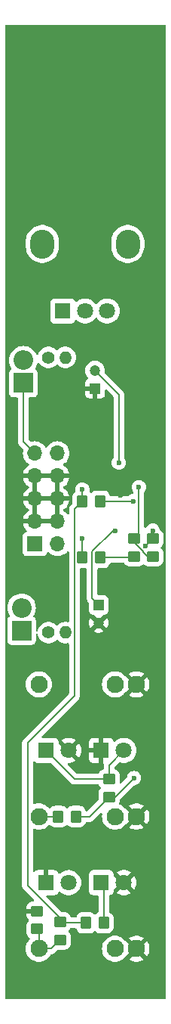
<source format=gbr>
%TF.GenerationSoftware,KiCad,Pcbnew,8.0.0*%
%TF.CreationDate,2024-06-17T17:20:25+02:00*%
%TF.ProjectId,Sloth,536c6f74-682e-46b6-9963-61645f706362,rev?*%
%TF.SameCoordinates,Original*%
%TF.FileFunction,Copper,L2,Bot*%
%TF.FilePolarity,Positive*%
%FSLAX46Y46*%
G04 Gerber Fmt 4.6, Leading zero omitted, Abs format (unit mm)*
G04 Created by KiCad (PCBNEW 8.0.0) date 2024-06-17 17:20:25*
%MOMM*%
%LPD*%
G01*
G04 APERTURE LIST*
G04 Aperture macros list*
%AMRoundRect*
0 Rectangle with rounded corners*
0 $1 Rounding radius*
0 $2 $3 $4 $5 $6 $7 $8 $9 X,Y pos of 4 corners*
0 Add a 4 corners polygon primitive as box body*
4,1,4,$2,$3,$4,$5,$6,$7,$8,$9,$2,$3,0*
0 Add four circle primitives for the rounded corners*
1,1,$1+$1,$2,$3*
1,1,$1+$1,$4,$5*
1,1,$1+$1,$6,$7*
1,1,$1+$1,$8,$9*
0 Add four rect primitives between the rounded corners*
20,1,$1+$1,$2,$3,$4,$5,0*
20,1,$1+$1,$4,$5,$6,$7,0*
20,1,$1+$1,$6,$7,$8,$9,0*
20,1,$1+$1,$8,$9,$2,$3,0*%
G04 Aperture macros list end*
%TA.AperFunction,ComponentPad*%
%ADD10C,1.930400*%
%TD*%
%TA.AperFunction,ComponentPad*%
%ADD11R,1.800000X1.800000*%
%TD*%
%TA.AperFunction,ComponentPad*%
%ADD12C,1.800000*%
%TD*%
%TA.AperFunction,ComponentPad*%
%ADD13O,2.720000X3.240000*%
%TD*%
%TA.AperFunction,SMDPad,CuDef*%
%ADD14RoundRect,0.250000X-0.450000X0.350000X-0.450000X-0.350000X0.450000X-0.350000X0.450000X0.350000X0*%
%TD*%
%TA.AperFunction,SMDPad,CuDef*%
%ADD15RoundRect,0.250000X0.350000X0.450000X-0.350000X0.450000X-0.350000X-0.450000X0.350000X-0.450000X0*%
%TD*%
%TA.AperFunction,ComponentPad*%
%ADD16R,2.200000X2.200000*%
%TD*%
%TA.AperFunction,ComponentPad*%
%ADD17O,2.200000X2.200000*%
%TD*%
%TA.AperFunction,SMDPad,CuDef*%
%ADD18RoundRect,0.250000X-0.350000X-0.450000X0.350000X-0.450000X0.350000X0.450000X-0.350000X0.450000X0*%
%TD*%
%TA.AperFunction,ComponentPad*%
%ADD19C,1.400000*%
%TD*%
%TA.AperFunction,ComponentPad*%
%ADD20O,1.400000X1.400000*%
%TD*%
%TA.AperFunction,SMDPad,CuDef*%
%ADD21RoundRect,0.250000X0.450000X-0.350000X0.450000X0.350000X-0.450000X0.350000X-0.450000X-0.350000X0*%
%TD*%
%TA.AperFunction,ComponentPad*%
%ADD22R,1.700000X1.700000*%
%TD*%
%TA.AperFunction,ComponentPad*%
%ADD23O,1.700000X1.700000*%
%TD*%
%TA.AperFunction,ComponentPad*%
%ADD24R,1.200000X1.200000*%
%TD*%
%TA.AperFunction,ComponentPad*%
%ADD25C,1.200000*%
%TD*%
%TA.AperFunction,ViaPad*%
%ADD26C,0.600000*%
%TD*%
%TA.AperFunction,Conductor*%
%ADD27C,0.200000*%
%TD*%
G04 APERTURE END LIST*
D10*
%TO.P,J2,S*%
%TO.N,GND*%
X62674500Y-129338000D03*
%TO.P,J2,T*%
%TO.N,Net-(J2-PadT)*%
X51701700Y-129338000D03*
%TO.P,J2,TN*%
%TO.N,unconnected-(J2-PadTN)*%
X60261500Y-129338000D03*
%TD*%
D11*
%TO.P,D1,1,K*%
%TO.N,GND*%
X58721000Y-121938000D03*
D12*
%TO.P,D1,2,A*%
%TO.N,Net-(D1-A)*%
X61261000Y-121938000D03*
%TD*%
D10*
%TO.P,J1,S*%
%TO.N,GND*%
X62674500Y-144138000D03*
%TO.P,J1,T*%
%TO.N,Net-(J1-PadT)*%
X51701700Y-144138000D03*
%TO.P,J1,TN*%
%TO.N,unconnected-(J1-PadTN)*%
X60261500Y-144138000D03*
%TD*%
D11*
%TO.P,D3,1,K*%
%TO.N,Net-(D3-K)*%
X58721000Y-136738000D03*
D12*
%TO.P,D3,2,A*%
%TO.N,GND*%
X61261000Y-136738000D03*
%TD*%
D13*
%TO.P,RV1,*%
%TO.N,*%
X52096000Y-65238000D03*
X61696000Y-65238000D03*
D11*
%TO.P,RV1,1,1*%
%TO.N,Net-(C4-Pad2)*%
X54396000Y-72738000D03*
D12*
%TO.P,RV1,2,2*%
X56896000Y-72738000D03*
%TO.P,RV1,3,3*%
%TO.N,Net-(R6-Pad2)*%
X59396000Y-72738000D03*
%TD*%
D11*
%TO.P,D2,1,K*%
%TO.N,Net-(D1-A)*%
X52521000Y-121938000D03*
D12*
%TO.P,D2,2,A*%
%TO.N,GND*%
X55061000Y-121938000D03*
%TD*%
D10*
%TO.P,J3,S*%
%TO.N,GND*%
X62674500Y-114538000D03*
%TO.P,J3,T*%
%TO.N,Net-(J3-PadT)*%
X51701700Y-114538000D03*
%TO.P,J3,TN*%
%TO.N,unconnected-(J3-PadTN)*%
X60261500Y-114538000D03*
%TD*%
D11*
%TO.P,D4,1,K*%
%TO.N,GND*%
X52521000Y-136738000D03*
D12*
%TO.P,D4,2,A*%
%TO.N,Net-(D3-K)*%
X55061000Y-136738000D03*
%TD*%
D14*
%TO.P,R12,1*%
%TO.N,Net-(U1C--)*%
X62396000Y-98238000D03*
%TO.P,R12,2*%
%TO.N,Net-(R12-Pad2)*%
X62396000Y-100238000D03*
%TD*%
D15*
%TO.P,R7,1*%
%TO.N,Net-(R12-Pad2)*%
X58596000Y-100338000D03*
%TO.P,R7,2*%
%TO.N,Net-(R7-Pad2)*%
X56596000Y-100338000D03*
%TD*%
D16*
%TO.P,D5,1,K*%
%TO.N,Net-(D5-K)*%
X49764234Y-108509766D03*
D17*
%TO.P,D5,2,A*%
%TO.N,Net-(D5-A)*%
X49764234Y-105969766D03*
%TD*%
D18*
%TO.P,R13,1*%
%TO.N,Net-(C1-Pad2)*%
X56996000Y-141238000D03*
%TO.P,R13,2*%
%TO.N,Net-(D3-K)*%
X58996000Y-141238000D03*
%TD*%
D19*
%TO.P,R16,1*%
%TO.N,Net-(D6-A)*%
X52786000Y-77938000D03*
D20*
%TO.P,R16,2*%
%TO.N,-12V*%
X54686000Y-77938000D03*
%TD*%
D21*
%TO.P,R1,1*%
%TO.N,Net-(U1C--)*%
X64496000Y-100238000D03*
%TO.P,R1,2*%
%TO.N,Net-(U1A--)*%
X64496000Y-98238000D03*
%TD*%
%TO.P,R14,1*%
%TO.N,Net-(C2-Pad2)*%
X59596000Y-127138000D03*
%TO.P,R14,2*%
%TO.N,Net-(D1-A)*%
X59596000Y-125138000D03*
%TD*%
D19*
%TO.P,R15,1*%
%TO.N,+12V*%
X52791000Y-108743000D03*
D20*
%TO.P,R15,2*%
%TO.N,Net-(D5-K)*%
X54691000Y-108743000D03*
%TD*%
D22*
%TO.P,J4,1,+12V*%
%TO.N,Net-(D5-A)*%
X51256000Y-98838000D03*
D23*
%TO.P,J4,2,+12V*%
X53796000Y-98838000D03*
%TO.P,J4,3,GND*%
%TO.N,GND*%
X51256000Y-96298000D03*
%TO.P,J4,4,GND*%
X53796000Y-96298000D03*
%TO.P,J4,5,GND*%
X51256000Y-93758000D03*
%TO.P,J4,6,GND*%
X53796000Y-93758000D03*
%TO.P,J4,7,GND*%
X51256000Y-91218000D03*
%TO.P,J4,8,GND*%
X53796000Y-91218000D03*
%TO.P,J4,9,-12V*%
%TO.N,Net-(D6-K)*%
X51256000Y-88678000D03*
%TO.P,J4,10,-12V*%
X53796000Y-88678000D03*
%TD*%
D16*
%TO.P,D6,1,K*%
%TO.N,Net-(D6-K)*%
X49964234Y-80809766D03*
D17*
%TO.P,D6,2,A*%
%TO.N,Net-(D6-A)*%
X49964234Y-78269766D03*
%TD*%
D24*
%TO.P,C9,1*%
%TO.N,+12V*%
X58423400Y-105665398D03*
D25*
%TO.P,C9,2*%
%TO.N,GND*%
X58423400Y-107665398D03*
%TD*%
D14*
%TO.P,R8,1*%
%TO.N,Net-(C1-Pad2)*%
X54096000Y-141138000D03*
%TO.P,R8,2*%
%TO.N,Net-(J1-PadT)*%
X54096000Y-143138000D03*
%TD*%
D18*
%TO.P,R5,1*%
%TO.N,Net-(J2-PadT)*%
X53896000Y-129338000D03*
%TO.P,R5,2*%
%TO.N,Net-(C2-Pad2)*%
X55896000Y-129338000D03*
%TD*%
D24*
%TO.P,C10,1*%
%TO.N,GND*%
X58023400Y-81410598D03*
D25*
%TO.P,C10,2*%
%TO.N,-12V*%
X58023400Y-79410598D03*
%TD*%
D18*
%TO.P,R9,1*%
%TO.N,Net-(C1-Pad2)*%
X56596000Y-94038000D03*
%TO.P,R9,2*%
%TO.N,Net-(U1B--)*%
X58596000Y-94038000D03*
%TD*%
D21*
%TO.P,R11,1*%
%TO.N,Net-(J1-PadT)*%
X51496000Y-141938000D03*
%TO.P,R11,2*%
%TO.N,GND*%
X51496000Y-139938000D03*
%TD*%
D26*
%TO.N,Net-(C1-Pad2)*%
X56596000Y-92738000D03*
%TO.N,Net-(C2-Pad2)*%
X62396000Y-125038000D03*
%TO.N,Net-(U1C--)*%
X62950201Y-92464259D03*
%TO.N,GND*%
X63696000Y-71738000D03*
X64896000Y-125038000D03*
X56696000Y-108138000D03*
X63996000Y-120138000D03*
X56696000Y-138638000D03*
X61096000Y-105138000D03*
X52796000Y-116538000D03*
X60896000Y-93350500D03*
X59096000Y-92538000D03*
X49196000Y-126838000D03*
X57696000Y-75638000D03*
X63496000Y-103238000D03*
X56596000Y-117838000D03*
X56796000Y-135138000D03*
X63796000Y-110838000D03*
X48996000Y-98638000D03*
X61296000Y-108038000D03*
X55996000Y-144438000D03*
X53496000Y-105138000D03*
X60996000Y-74938000D03*
X53196000Y-126438000D03*
X56696000Y-102638000D03*
X53496000Y-80938000D03*
%TO.N,+12V*%
X60296000Y-97338000D03*
%TO.N,-12V*%
X60696000Y-89738000D03*
%TO.N,Net-(U1A--)*%
X63696000Y-99038000D03*
X64496000Y-97338004D03*
%TO.N,Net-(U1B--)*%
X62296000Y-94038011D03*
%TO.N,Net-(R7-Pad2)*%
X56596000Y-98238000D03*
%TD*%
D27*
%TO.N,Net-(C1-Pad2)*%
X56596000Y-94038000D02*
X55696000Y-94938000D01*
X54196000Y-141138000D02*
X54296000Y-141238000D01*
X55696000Y-115838000D02*
X50436500Y-121097500D01*
X54096000Y-141138000D02*
X54196000Y-141138000D01*
X54296000Y-141238000D02*
X56996000Y-141238000D01*
X50436500Y-137078500D02*
X54096000Y-140738000D01*
X55696000Y-94938000D02*
X55696000Y-115838000D01*
X50436500Y-121097500D02*
X50436500Y-137078500D01*
X56596000Y-94038000D02*
X56596000Y-92738000D01*
X54096000Y-140738000D02*
X54096000Y-141138000D01*
%TO.N,Net-(C2-Pad2)*%
X60296000Y-127138000D02*
X62396000Y-125038000D01*
X57396000Y-129338000D02*
X59596000Y-127138000D01*
X55896000Y-129338000D02*
X57396000Y-129338000D01*
X59596000Y-127138000D02*
X60296000Y-127138000D01*
%TO.N,Net-(U1C--)*%
X63396000Y-99738000D02*
X63396000Y-99653256D01*
X62396000Y-98653256D02*
X62396000Y-98238000D01*
X64496000Y-100238000D02*
X63896000Y-100238000D01*
X62896000Y-92638000D02*
X62896000Y-92518460D01*
X63396000Y-99653256D02*
X62396000Y-98653256D01*
X62396000Y-98238000D02*
X62950201Y-97683799D01*
X63896000Y-100238000D02*
X63396000Y-99738000D01*
X62896000Y-92518460D02*
X62950201Y-92464259D01*
X62950201Y-97683799D02*
X62950201Y-92464259D01*
%TO.N,+12V*%
X60296000Y-97338000D02*
X60011256Y-97338000D01*
X60011256Y-97338000D02*
X57696000Y-99653256D01*
X57696000Y-99653256D02*
X57696000Y-104937998D01*
X57696000Y-104937998D02*
X58423400Y-105665398D01*
%TO.N,-12V*%
X60696000Y-89738000D02*
X60696000Y-82083198D01*
X60696000Y-82083198D02*
X58023400Y-79410598D01*
%TO.N,Net-(D1-A)*%
X59596000Y-125138000D02*
X55721000Y-125138000D01*
X59596000Y-125138000D02*
X59596000Y-123603000D01*
X59596000Y-123603000D02*
X61261000Y-121938000D01*
X55721000Y-125138000D02*
X52521000Y-121938000D01*
%TO.N,Net-(D3-K)*%
X58996000Y-137013000D02*
X58721000Y-136738000D01*
X58996000Y-141238000D02*
X58996000Y-137013000D01*
%TO.N,Net-(D6-K)*%
X51256000Y-88678000D02*
X49964234Y-87386234D01*
X49964234Y-87386234D02*
X49964234Y-80809766D01*
%TO.N,Net-(J1-PadT)*%
X51701700Y-144138000D02*
X51701700Y-142143700D01*
X51701700Y-144138000D02*
X53096000Y-144138000D01*
X53096000Y-144138000D02*
X54096000Y-143138000D01*
X51701700Y-142143700D02*
X51496000Y-141938000D01*
%TO.N,Net-(J2-PadT)*%
X53896000Y-129338000D02*
X51701700Y-129338000D01*
%TO.N,Net-(U1A--)*%
X64496000Y-98238000D02*
X64496000Y-97338004D01*
X63696000Y-99038000D02*
X63596000Y-99138000D01*
X64496000Y-98238000D02*
X63696000Y-99038000D01*
%TO.N,Net-(U1B--)*%
X58596000Y-94038000D02*
X62295989Y-94038000D01*
X62295989Y-94038000D02*
X62296000Y-94038011D01*
%TO.N,Net-(R12-Pad2)*%
X62296000Y-100338000D02*
X62396000Y-100238000D01*
X58596000Y-100338000D02*
X62296000Y-100338000D01*
%TO.N,Net-(R7-Pad2)*%
X56596000Y-100338000D02*
X56596000Y-98238000D01*
%TD*%
%TA.AperFunction,Conductor*%
%TO.N,GND*%
G36*
X51242203Y-123171885D02*
G01*
X51260263Y-123191284D01*
X51263454Y-123195546D01*
X51263455Y-123195546D01*
X51263456Y-123195548D01*
X51378664Y-123281793D01*
X51378671Y-123281797D01*
X51513517Y-123332091D01*
X51513516Y-123332091D01*
X51520444Y-123332835D01*
X51573127Y-123338500D01*
X53020902Y-123338499D01*
X53087941Y-123358184D01*
X53108583Y-123374818D01*
X55236139Y-125502374D01*
X55236149Y-125502385D01*
X55240479Y-125506715D01*
X55240480Y-125506716D01*
X55352284Y-125618520D01*
X55352286Y-125618521D01*
X55352290Y-125618524D01*
X55390869Y-125640797D01*
X55489216Y-125697577D01*
X55601019Y-125727534D01*
X55641942Y-125738500D01*
X55641943Y-125738500D01*
X58350092Y-125738500D01*
X58417131Y-125758185D01*
X58455636Y-125802271D01*
X58457395Y-125801187D01*
X58461185Y-125807332D01*
X58461186Y-125807334D01*
X58553288Y-125956656D01*
X58553289Y-125956657D01*
X58646951Y-126050319D01*
X58680436Y-126111642D01*
X58675452Y-126181334D01*
X58646951Y-126225681D01*
X58553289Y-126319342D01*
X58461187Y-126468663D01*
X58461186Y-126468666D01*
X58406001Y-126635203D01*
X58406001Y-126635204D01*
X58406000Y-126635204D01*
X58395500Y-126737983D01*
X58395500Y-127437902D01*
X58375815Y-127504941D01*
X58359181Y-127525583D01*
X57183584Y-128701181D01*
X57122261Y-128734666D01*
X57095903Y-128737500D01*
X57076301Y-128737500D01*
X57009262Y-128717815D01*
X56963507Y-128665011D01*
X56958595Y-128652504D01*
X56930814Y-128568666D01*
X56838712Y-128419344D01*
X56714656Y-128295288D01*
X56565334Y-128203186D01*
X56398797Y-128148001D01*
X56398795Y-128148000D01*
X56296010Y-128137500D01*
X55495998Y-128137500D01*
X55495980Y-128137501D01*
X55393203Y-128148000D01*
X55393200Y-128148001D01*
X55226668Y-128203185D01*
X55226663Y-128203187D01*
X55077342Y-128295289D01*
X54983681Y-128388951D01*
X54922358Y-128422436D01*
X54852666Y-128417452D01*
X54808319Y-128388951D01*
X54714657Y-128295289D01*
X54714656Y-128295288D01*
X54565334Y-128203186D01*
X54398797Y-128148001D01*
X54398795Y-128148000D01*
X54296010Y-128137500D01*
X53495998Y-128137500D01*
X53495980Y-128137501D01*
X53393203Y-128148000D01*
X53393200Y-128148001D01*
X53226668Y-128203185D01*
X53226663Y-128203187D01*
X53077345Y-128295287D01*
X52989955Y-128382677D01*
X52928631Y-128416161D01*
X52858940Y-128411177D01*
X52811047Y-128378980D01*
X52697794Y-128255954D01*
X52697789Y-128255950D01*
X52697787Y-128255948D01*
X52506117Y-128106765D01*
X52506111Y-128106761D01*
X52292484Y-127991151D01*
X52292479Y-127991149D01*
X52062743Y-127912281D01*
X51903014Y-127885627D01*
X51823151Y-127872300D01*
X51580249Y-127872300D01*
X51520351Y-127882295D01*
X51340656Y-127912281D01*
X51201263Y-127960135D01*
X51131464Y-127963285D01*
X51071043Y-127928199D01*
X51039182Y-127866016D01*
X51037000Y-127842854D01*
X51037000Y-123265598D01*
X51056685Y-123198559D01*
X51109489Y-123152804D01*
X51178647Y-123142860D01*
X51242203Y-123171885D01*
G37*
%TD.AperFunction*%
%TA.AperFunction,Conductor*%
G36*
X53330075Y-96105007D02*
G01*
X53296000Y-96232174D01*
X53296000Y-96363826D01*
X53330075Y-96490993D01*
X53362988Y-96548000D01*
X51689012Y-96548000D01*
X51721925Y-96490993D01*
X51756000Y-96363826D01*
X51756000Y-96232174D01*
X51721925Y-96105007D01*
X51689012Y-96048000D01*
X53362988Y-96048000D01*
X53330075Y-96105007D01*
G37*
%TD.AperFunction*%
%TA.AperFunction,Conductor*%
G36*
X51506000Y-95864988D02*
G01*
X51448993Y-95832075D01*
X51321826Y-95798000D01*
X51190174Y-95798000D01*
X51063007Y-95832075D01*
X51006000Y-95864988D01*
X51006000Y-94191012D01*
X51063007Y-94223925D01*
X51190174Y-94258000D01*
X51321826Y-94258000D01*
X51448993Y-94223925D01*
X51506000Y-94191012D01*
X51506000Y-95864988D01*
G37*
%TD.AperFunction*%
%TA.AperFunction,Conductor*%
G36*
X54046000Y-95864988D02*
G01*
X53988993Y-95832075D01*
X53861826Y-95798000D01*
X53730174Y-95798000D01*
X53603007Y-95832075D01*
X53546000Y-95864988D01*
X53546000Y-94191012D01*
X53603007Y-94223925D01*
X53730174Y-94258000D01*
X53861826Y-94258000D01*
X53988993Y-94223925D01*
X54046000Y-94191012D01*
X54046000Y-95864988D01*
G37*
%TD.AperFunction*%
%TA.AperFunction,Conductor*%
G36*
X53330075Y-93565007D02*
G01*
X53296000Y-93692174D01*
X53296000Y-93823826D01*
X53330075Y-93950993D01*
X53362988Y-94008000D01*
X51689012Y-94008000D01*
X51721925Y-93950993D01*
X51756000Y-93823826D01*
X51756000Y-93692174D01*
X51721925Y-93565007D01*
X51689012Y-93508000D01*
X53362988Y-93508000D01*
X53330075Y-93565007D01*
G37*
%TD.AperFunction*%
%TA.AperFunction,Conductor*%
G36*
X51506000Y-93324988D02*
G01*
X51448993Y-93292075D01*
X51321826Y-93258000D01*
X51190174Y-93258000D01*
X51063007Y-93292075D01*
X51006000Y-93324988D01*
X51006000Y-91651012D01*
X51063007Y-91683925D01*
X51190174Y-91718000D01*
X51321826Y-91718000D01*
X51448993Y-91683925D01*
X51506000Y-91651012D01*
X51506000Y-93324988D01*
G37*
%TD.AperFunction*%
%TA.AperFunction,Conductor*%
G36*
X54046000Y-93324988D02*
G01*
X53988993Y-93292075D01*
X53861826Y-93258000D01*
X53730174Y-93258000D01*
X53603007Y-93292075D01*
X53546000Y-93324988D01*
X53546000Y-91651012D01*
X53603007Y-91683925D01*
X53730174Y-91718000D01*
X53861826Y-91718000D01*
X53988993Y-91683925D01*
X54046000Y-91651012D01*
X54046000Y-93324988D01*
G37*
%TD.AperFunction*%
%TA.AperFunction,Conductor*%
G36*
X53330075Y-91025007D02*
G01*
X53296000Y-91152174D01*
X53296000Y-91283826D01*
X53330075Y-91410993D01*
X53362988Y-91468000D01*
X51689012Y-91468000D01*
X51721925Y-91410993D01*
X51756000Y-91283826D01*
X51756000Y-91152174D01*
X51721925Y-91025007D01*
X51689012Y-90968000D01*
X53362988Y-90968000D01*
X53330075Y-91025007D01*
G37*
%TD.AperFunction*%
%TA.AperFunction,Conductor*%
G36*
X65938539Y-40758185D02*
G01*
X65984294Y-40810989D01*
X65995500Y-40862500D01*
X65995500Y-149613500D01*
X65975815Y-149680539D01*
X65923011Y-149726294D01*
X65871500Y-149737500D01*
X48020500Y-149737500D01*
X47953461Y-149717815D01*
X47907706Y-149665011D01*
X47896500Y-149613500D01*
X47896500Y-114538005D01*
X50230977Y-114538005D01*
X50251035Y-114780069D01*
X50310665Y-115015543D01*
X50408237Y-115237986D01*
X50541090Y-115441334D01*
X50541093Y-115441337D01*
X50705606Y-115620046D01*
X50705609Y-115620048D01*
X50705612Y-115620051D01*
X50897282Y-115769234D01*
X50897288Y-115769238D01*
X50897291Y-115769240D01*
X51072573Y-115864098D01*
X51110072Y-115884392D01*
X51110917Y-115884849D01*
X51340659Y-115963719D01*
X51580249Y-116003700D01*
X51580250Y-116003700D01*
X51823150Y-116003700D01*
X51823151Y-116003700D01*
X52062741Y-115963719D01*
X52292483Y-115884849D01*
X52506109Y-115769240D01*
X52506644Y-115768824D01*
X52570476Y-115719140D01*
X52697794Y-115620046D01*
X52862307Y-115441337D01*
X52995162Y-115237987D01*
X53092735Y-115015543D01*
X53152364Y-114780073D01*
X53172423Y-114538000D01*
X53152364Y-114295927D01*
X53092735Y-114060457D01*
X52995162Y-113838013D01*
X52863746Y-113636865D01*
X52862309Y-113634665D01*
X52843601Y-113614343D01*
X52697794Y-113455954D01*
X52697789Y-113455950D01*
X52697787Y-113455948D01*
X52506117Y-113306765D01*
X52506111Y-113306761D01*
X52292484Y-113191151D01*
X52292479Y-113191149D01*
X52062743Y-113112281D01*
X51903014Y-113085627D01*
X51823151Y-113072300D01*
X51580249Y-113072300D01*
X51520351Y-113082295D01*
X51340656Y-113112281D01*
X51110920Y-113191149D01*
X51110915Y-113191151D01*
X50897288Y-113306761D01*
X50897282Y-113306765D01*
X50705612Y-113455948D01*
X50705609Y-113455951D01*
X50541090Y-113634665D01*
X50408237Y-113838013D01*
X50310665Y-114060456D01*
X50251035Y-114295930D01*
X50230977Y-114537994D01*
X50230977Y-114538005D01*
X47896500Y-114538005D01*
X47896500Y-105969766D01*
X48158785Y-105969766D01*
X48178551Y-106220917D01*
X48237360Y-106465876D01*
X48333767Y-106698625D01*
X48414754Y-106830782D01*
X48432999Y-106898228D01*
X48411883Y-106964830D01*
X48383339Y-106994838D01*
X48306686Y-107052221D01*
X48220440Y-107167430D01*
X48220436Y-107167437D01*
X48170142Y-107302283D01*
X48163735Y-107361882D01*
X48163735Y-107361889D01*
X48163734Y-107361901D01*
X48163734Y-109657636D01*
X48163735Y-109657642D01*
X48170142Y-109717249D01*
X48220436Y-109852094D01*
X48220440Y-109852101D01*
X48306686Y-109967310D01*
X48306689Y-109967313D01*
X48421898Y-110053559D01*
X48421905Y-110053563D01*
X48556751Y-110103857D01*
X48556750Y-110103857D01*
X48563678Y-110104601D01*
X48616361Y-110110266D01*
X50912106Y-110110265D01*
X50971717Y-110103857D01*
X51106565Y-110053562D01*
X51221780Y-109967312D01*
X51308030Y-109852097D01*
X51358325Y-109717249D01*
X51364734Y-109657639D01*
X51364733Y-109005899D01*
X51384417Y-108938863D01*
X51437221Y-108893108D01*
X51506380Y-108883164D01*
X51569936Y-108912189D01*
X51607710Y-108970967D01*
X51607999Y-108971967D01*
X51666770Y-109178525D01*
X51666775Y-109178538D01*
X51765938Y-109377683D01*
X51765943Y-109377691D01*
X51900020Y-109555238D01*
X52064437Y-109705123D01*
X52064439Y-109705125D01*
X52253595Y-109822245D01*
X52253596Y-109822245D01*
X52253599Y-109822247D01*
X52461060Y-109902618D01*
X52679757Y-109943500D01*
X52679759Y-109943500D01*
X52902241Y-109943500D01*
X52902243Y-109943500D01*
X53120940Y-109902618D01*
X53328401Y-109822247D01*
X53517562Y-109705124D01*
X53657462Y-109577587D01*
X53720266Y-109546971D01*
X53789653Y-109555168D01*
X53824537Y-109577587D01*
X53912348Y-109657638D01*
X53964437Y-109705123D01*
X53964439Y-109705125D01*
X54153595Y-109822245D01*
X54153596Y-109822245D01*
X54153599Y-109822247D01*
X54361060Y-109902618D01*
X54579757Y-109943500D01*
X54579759Y-109943500D01*
X54802242Y-109943500D01*
X54802243Y-109943500D01*
X54948715Y-109916119D01*
X55018229Y-109923149D01*
X55072908Y-109966646D01*
X55095391Y-110032800D01*
X55095500Y-110038007D01*
X55095500Y-115537902D01*
X55075815Y-115604941D01*
X55059181Y-115625583D01*
X49955981Y-120728782D01*
X49955980Y-120728784D01*
X49917224Y-120795913D01*
X49905861Y-120815594D01*
X49905859Y-120815596D01*
X49876925Y-120865709D01*
X49876924Y-120865710D01*
X49861044Y-120924972D01*
X49835999Y-121018443D01*
X49835999Y-121018445D01*
X49835999Y-121186546D01*
X49836000Y-121186559D01*
X49836000Y-136991830D01*
X49835999Y-136991848D01*
X49835999Y-137157554D01*
X49835998Y-137157554D01*
X49876923Y-137310285D01*
X49905858Y-137360400D01*
X49905859Y-137360404D01*
X49905860Y-137360404D01*
X49955979Y-137447214D01*
X49955981Y-137447217D01*
X50074849Y-137566085D01*
X50074855Y-137566090D01*
X51135084Y-138626319D01*
X51168569Y-138687642D01*
X51163585Y-138757334D01*
X51121713Y-138813267D01*
X51056249Y-138837684D01*
X51047405Y-138838000D01*
X50996029Y-138838000D01*
X50996012Y-138838001D01*
X50893302Y-138848494D01*
X50726880Y-138903641D01*
X50726875Y-138903643D01*
X50577654Y-138995684D01*
X50453684Y-139119654D01*
X50361643Y-139268875D01*
X50361641Y-139268880D01*
X50306494Y-139435302D01*
X50306493Y-139435309D01*
X50296000Y-139538013D01*
X50296000Y-139688000D01*
X51622000Y-139688000D01*
X51689039Y-139707685D01*
X51734794Y-139760489D01*
X51746000Y-139812000D01*
X51746000Y-140064000D01*
X51726315Y-140131039D01*
X51673511Y-140176794D01*
X51622000Y-140188000D01*
X50296001Y-140188000D01*
X50296001Y-140337986D01*
X50306494Y-140440697D01*
X50361641Y-140607119D01*
X50361643Y-140607124D01*
X50453684Y-140756345D01*
X50547304Y-140849965D01*
X50580789Y-140911288D01*
X50575805Y-140980980D01*
X50547305Y-141025327D01*
X50453287Y-141119345D01*
X50361187Y-141268663D01*
X50361186Y-141268666D01*
X50306001Y-141435203D01*
X50306001Y-141435204D01*
X50306000Y-141435204D01*
X50295500Y-141537983D01*
X50295500Y-142338001D01*
X50295501Y-142338019D01*
X50306000Y-142440796D01*
X50306001Y-142440799D01*
X50361185Y-142607331D01*
X50361186Y-142607334D01*
X50453288Y-142756656D01*
X50577344Y-142880712D01*
X50619576Y-142906761D01*
X50634100Y-142915719D01*
X50680825Y-142967667D01*
X50692048Y-143036629D01*
X50664205Y-143100711D01*
X50660234Y-143105241D01*
X50541090Y-143234665D01*
X50408237Y-143438013D01*
X50310665Y-143660456D01*
X50251035Y-143895930D01*
X50230977Y-144137994D01*
X50230977Y-144138005D01*
X50251035Y-144380069D01*
X50310665Y-144615543D01*
X50408237Y-144837986D01*
X50541090Y-145041334D01*
X50541093Y-145041337D01*
X50705606Y-145220046D01*
X50705609Y-145220048D01*
X50705612Y-145220051D01*
X50897282Y-145369234D01*
X50897288Y-145369238D01*
X50897291Y-145369240D01*
X51072573Y-145464098D01*
X51110072Y-145484392D01*
X51110917Y-145484849D01*
X51340659Y-145563719D01*
X51580249Y-145603700D01*
X51580250Y-145603700D01*
X51823150Y-145603700D01*
X51823151Y-145603700D01*
X52062741Y-145563719D01*
X52292483Y-145484849D01*
X52506109Y-145369240D01*
X52506644Y-145368824D01*
X52570476Y-145319140D01*
X52697794Y-145220046D01*
X52862307Y-145041337D01*
X52995162Y-144837987D01*
X53006258Y-144812691D01*
X53051214Y-144759205D01*
X53117950Y-144738515D01*
X53119814Y-144738501D01*
X53175054Y-144738501D01*
X53175057Y-144738501D01*
X53327785Y-144697577D01*
X53377904Y-144668639D01*
X53464716Y-144618520D01*
X53576520Y-144506716D01*
X53576520Y-144506714D01*
X53586728Y-144496507D01*
X53586730Y-144496504D01*
X53808416Y-144274818D01*
X53869739Y-144241333D01*
X53896097Y-144238499D01*
X54596002Y-144238499D01*
X54596008Y-144238499D01*
X54698797Y-144227999D01*
X54865334Y-144172814D01*
X54921769Y-144138005D01*
X58790777Y-144138005D01*
X58810835Y-144380069D01*
X58870465Y-144615543D01*
X58968037Y-144837986D01*
X59100890Y-145041334D01*
X59100893Y-145041337D01*
X59265406Y-145220046D01*
X59265409Y-145220048D01*
X59265412Y-145220051D01*
X59457082Y-145369234D01*
X59457088Y-145369238D01*
X59457091Y-145369240D01*
X59632373Y-145464098D01*
X59669872Y-145484392D01*
X59670717Y-145484849D01*
X59900459Y-145563719D01*
X60140049Y-145603700D01*
X60140050Y-145603700D01*
X60382950Y-145603700D01*
X60382951Y-145603700D01*
X60622541Y-145563719D01*
X60852283Y-145484849D01*
X61065909Y-145369240D01*
X61066444Y-145368824D01*
X61130276Y-145319140D01*
X61257594Y-145220046D01*
X61422107Y-145041337D01*
X61423547Y-145039132D01*
X61439677Y-145019269D01*
X62236852Y-144222094D01*
X62260292Y-144309571D01*
X62318811Y-144410930D01*
X62401570Y-144493689D01*
X62502929Y-144552208D01*
X62590405Y-144575647D01*
X61829240Y-145336811D01*
X61870367Y-145368822D01*
X61870370Y-145368824D01*
X62083912Y-145484386D01*
X62083926Y-145484392D01*
X62313579Y-145563233D01*
X62553090Y-145603200D01*
X62795910Y-145603200D01*
X63035420Y-145563233D01*
X63265073Y-145484392D01*
X63265087Y-145484386D01*
X63478631Y-145368823D01*
X63478637Y-145368818D01*
X63519758Y-145336812D01*
X63519759Y-145336811D01*
X62758594Y-144575647D01*
X62846071Y-144552208D01*
X62947430Y-144493689D01*
X63030189Y-144410930D01*
X63088708Y-144309571D01*
X63112147Y-144222094D01*
X63872792Y-144982740D01*
X63967521Y-144837749D01*
X64065061Y-144615378D01*
X64124669Y-144379994D01*
X64124671Y-144379982D01*
X64144722Y-144138005D01*
X64144722Y-144137994D01*
X64124671Y-143896017D01*
X64124669Y-143896005D01*
X64065061Y-143660621D01*
X63967523Y-143438255D01*
X63872792Y-143293258D01*
X63112147Y-144053904D01*
X63088708Y-143966429D01*
X63030189Y-143865070D01*
X62947430Y-143782311D01*
X62846071Y-143723792D01*
X62758594Y-143700352D01*
X63519758Y-142939187D01*
X63519758Y-142939185D01*
X63478643Y-142907184D01*
X63478632Y-142907177D01*
X63265087Y-142791613D01*
X63265073Y-142791607D01*
X63035420Y-142712766D01*
X62795910Y-142672800D01*
X62553090Y-142672800D01*
X62313579Y-142712766D01*
X62083926Y-142791607D01*
X62083912Y-142791613D01*
X61870368Y-142907177D01*
X61870365Y-142907179D01*
X61829239Y-142939187D01*
X62590405Y-143700352D01*
X62502929Y-143723792D01*
X62401570Y-143782311D01*
X62318811Y-143865070D01*
X62260292Y-143966429D01*
X62236852Y-144053904D01*
X61439673Y-143256725D01*
X61423548Y-143236869D01*
X61422107Y-143234663D01*
X61257594Y-143055954D01*
X61257589Y-143055950D01*
X61257587Y-143055948D01*
X61065917Y-142906765D01*
X61065911Y-142906761D01*
X60852284Y-142791151D01*
X60852279Y-142791149D01*
X60622543Y-142712281D01*
X60462814Y-142685627D01*
X60382951Y-142672300D01*
X60140049Y-142672300D01*
X60080151Y-142682295D01*
X59900456Y-142712281D01*
X59670720Y-142791149D01*
X59670715Y-142791151D01*
X59457088Y-142906761D01*
X59457082Y-142906765D01*
X59265412Y-143055948D01*
X59265409Y-143055951D01*
X59100890Y-143234665D01*
X58968037Y-143438013D01*
X58870465Y-143660456D01*
X58810835Y-143895930D01*
X58790777Y-144137994D01*
X58790777Y-144138005D01*
X54921769Y-144138005D01*
X55014656Y-144080712D01*
X55138712Y-143956656D01*
X55230814Y-143807334D01*
X55285999Y-143640797D01*
X55296500Y-143538009D01*
X55296499Y-142737992D01*
X55289788Y-142672300D01*
X55285999Y-142635203D01*
X55285998Y-142635200D01*
X55276763Y-142607331D01*
X55230814Y-142468666D01*
X55138712Y-142319344D01*
X55045049Y-142225681D01*
X55011564Y-142164358D01*
X55016548Y-142094666D01*
X55045049Y-142050319D01*
X55088037Y-142007331D01*
X55138712Y-141956656D01*
X55175259Y-141897402D01*
X55227207Y-141850679D01*
X55280798Y-141838500D01*
X55815699Y-141838500D01*
X55882738Y-141858185D01*
X55928493Y-141910989D01*
X55933403Y-141923492D01*
X55961186Y-142007334D01*
X56053288Y-142156656D01*
X56177344Y-142280712D01*
X56326666Y-142372814D01*
X56493203Y-142427999D01*
X56595991Y-142438500D01*
X57396008Y-142438499D01*
X57396016Y-142438498D01*
X57396019Y-142438498D01*
X57452302Y-142432748D01*
X57498797Y-142427999D01*
X57665334Y-142372814D01*
X57814656Y-142280712D01*
X57908319Y-142187049D01*
X57969642Y-142153564D01*
X58039334Y-142158548D01*
X58083681Y-142187049D01*
X58177344Y-142280712D01*
X58326666Y-142372814D01*
X58493203Y-142427999D01*
X58595991Y-142438500D01*
X59396008Y-142438499D01*
X59396016Y-142438498D01*
X59396019Y-142438498D01*
X59452302Y-142432748D01*
X59498797Y-142427999D01*
X59665334Y-142372814D01*
X59814656Y-142280712D01*
X59938712Y-142156656D01*
X60030814Y-142007334D01*
X60085999Y-141840797D01*
X60096500Y-141738009D01*
X60096499Y-140737992D01*
X60085999Y-140635203D01*
X60030814Y-140468666D01*
X59938712Y-140319344D01*
X59814656Y-140195288D01*
X59665334Y-140103186D01*
X59665332Y-140103185D01*
X59659187Y-140099395D01*
X59660290Y-140097605D01*
X59615649Y-140058290D01*
X59596500Y-139992091D01*
X59596500Y-138257663D01*
X59616185Y-138190624D01*
X59668989Y-138144869D01*
X59707248Y-138134373D01*
X59728483Y-138132091D01*
X59863331Y-138081796D01*
X59978546Y-137995546D01*
X60064796Y-137880331D01*
X60115091Y-137745483D01*
X60121500Y-137685873D01*
X60121499Y-137575304D01*
X60141183Y-137508268D01*
X60157818Y-137487626D01*
X60818861Y-136826584D01*
X60841667Y-136911694D01*
X60900910Y-137014306D01*
X60984694Y-137098090D01*
X61087306Y-137157333D01*
X61172414Y-137180138D01*
X60462201Y-137890351D01*
X60492649Y-137914050D01*
X60696697Y-138024476D01*
X60696706Y-138024479D01*
X60916139Y-138099811D01*
X61144993Y-138138000D01*
X61377007Y-138138000D01*
X61605860Y-138099811D01*
X61825293Y-138024479D01*
X61825301Y-138024476D01*
X62029355Y-137914047D01*
X62059797Y-137890351D01*
X62059798Y-137890350D01*
X61349585Y-137180137D01*
X61434694Y-137157333D01*
X61537306Y-137098090D01*
X61621090Y-137014306D01*
X61680333Y-136911694D01*
X61703138Y-136826585D01*
X62412186Y-137535633D01*
X62496482Y-137406611D01*
X62589682Y-137194135D01*
X62646638Y-136969218D01*
X62665798Y-136738005D01*
X62665798Y-136737994D01*
X62646638Y-136506781D01*
X62589682Y-136281864D01*
X62496484Y-136069393D01*
X62412186Y-135940365D01*
X61703137Y-136649414D01*
X61680333Y-136564306D01*
X61621090Y-136461694D01*
X61537306Y-136377910D01*
X61434694Y-136318667D01*
X61349584Y-136295861D01*
X62059797Y-135585647D01*
X62059797Y-135585645D01*
X62029360Y-135561955D01*
X62029354Y-135561951D01*
X61825302Y-135451523D01*
X61825293Y-135451520D01*
X61605860Y-135376188D01*
X61377007Y-135338000D01*
X61144993Y-135338000D01*
X60916139Y-135376188D01*
X60696706Y-135451520D01*
X60696697Y-135451523D01*
X60492650Y-135561949D01*
X60462200Y-135585647D01*
X61172415Y-136295861D01*
X61087306Y-136318667D01*
X60984694Y-136377910D01*
X60900910Y-136461694D01*
X60841667Y-136564306D01*
X60818861Y-136649415D01*
X60157818Y-135988372D01*
X60124333Y-135927049D01*
X60121499Y-135900691D01*
X60121499Y-135790129D01*
X60121498Y-135790123D01*
X60121497Y-135790116D01*
X60115091Y-135730517D01*
X60106667Y-135707932D01*
X60064797Y-135595671D01*
X60064793Y-135595664D01*
X59978547Y-135480455D01*
X59978544Y-135480452D01*
X59863335Y-135394206D01*
X59863328Y-135394202D01*
X59728482Y-135343908D01*
X59728483Y-135343908D01*
X59668883Y-135337501D01*
X59668881Y-135337500D01*
X59668873Y-135337500D01*
X59668864Y-135337500D01*
X57773129Y-135337500D01*
X57773123Y-135337501D01*
X57713516Y-135343908D01*
X57578671Y-135394202D01*
X57578664Y-135394206D01*
X57463455Y-135480452D01*
X57463452Y-135480455D01*
X57377206Y-135595664D01*
X57377202Y-135595671D01*
X57326908Y-135730517D01*
X57324861Y-135749561D01*
X57320501Y-135790123D01*
X57320500Y-135790135D01*
X57320500Y-137685870D01*
X57320501Y-137685876D01*
X57326908Y-137745483D01*
X57377202Y-137880328D01*
X57377206Y-137880335D01*
X57463452Y-137995544D01*
X57463455Y-137995547D01*
X57578664Y-138081793D01*
X57578671Y-138081797D01*
X57623618Y-138098561D01*
X57713517Y-138132091D01*
X57773127Y-138138500D01*
X58271500Y-138138499D01*
X58338539Y-138158183D01*
X58384294Y-138210987D01*
X58395500Y-138262499D01*
X58395500Y-139992091D01*
X58375815Y-140059130D01*
X58331731Y-140097641D01*
X58332813Y-140099395D01*
X58326667Y-140103185D01*
X58326666Y-140103186D01*
X58281509Y-140131039D01*
X58177342Y-140195289D01*
X58083681Y-140288951D01*
X58022358Y-140322436D01*
X57952666Y-140317452D01*
X57908319Y-140288951D01*
X57814657Y-140195289D01*
X57814656Y-140195288D01*
X57665334Y-140103186D01*
X57498797Y-140048001D01*
X57498795Y-140048000D01*
X57396010Y-140037500D01*
X56595998Y-140037500D01*
X56595980Y-140037501D01*
X56493203Y-140048000D01*
X56493200Y-140048001D01*
X56326668Y-140103185D01*
X56326663Y-140103187D01*
X56177342Y-140195289D01*
X56053289Y-140319342D01*
X55961187Y-140468663D01*
X55961185Y-140468668D01*
X55933405Y-140552504D01*
X55893632Y-140609949D01*
X55829116Y-140636772D01*
X55815699Y-140637500D01*
X55376301Y-140637500D01*
X55309262Y-140617815D01*
X55263507Y-140565011D01*
X55258595Y-140552504D01*
X55250828Y-140529065D01*
X55230814Y-140468666D01*
X55138712Y-140319344D01*
X55014656Y-140195288D01*
X54865334Y-140103186D01*
X54698797Y-140048001D01*
X54698795Y-140048000D01*
X54596016Y-140037500D01*
X54596009Y-140037500D01*
X54296098Y-140037500D01*
X54229059Y-140017815D01*
X54208417Y-140001181D01*
X52556917Y-138349681D01*
X52523432Y-138288358D01*
X52528416Y-138218666D01*
X52570288Y-138162733D01*
X52635752Y-138138316D01*
X52644598Y-138138000D01*
X53468828Y-138138000D01*
X53468844Y-138137999D01*
X53528372Y-138131598D01*
X53528379Y-138131596D01*
X53663086Y-138081354D01*
X53663093Y-138081350D01*
X53778187Y-137995190D01*
X53778190Y-137995187D01*
X53864350Y-137880093D01*
X53864355Y-137880084D01*
X53893075Y-137803081D01*
X53934945Y-137747147D01*
X54000409Y-137722729D01*
X54068682Y-137737580D01*
X54100484Y-137762428D01*
X54109216Y-137771913D01*
X54109219Y-137771915D01*
X54109222Y-137771918D01*
X54292365Y-137914464D01*
X54292371Y-137914468D01*
X54292374Y-137914470D01*
X54441526Y-137995187D01*
X54495652Y-138024479D01*
X54496497Y-138024936D01*
X54610487Y-138064068D01*
X54716015Y-138100297D01*
X54716017Y-138100297D01*
X54716019Y-138100298D01*
X54944951Y-138138500D01*
X54944952Y-138138500D01*
X55177048Y-138138500D01*
X55177049Y-138138500D01*
X55405981Y-138100298D01*
X55625503Y-138024936D01*
X55829626Y-137914470D01*
X55830170Y-137914047D01*
X55972739Y-137803081D01*
X56012784Y-137771913D01*
X56169979Y-137601153D01*
X56296924Y-137406849D01*
X56390157Y-137194300D01*
X56447134Y-136969305D01*
X56447135Y-136969297D01*
X56466300Y-136738006D01*
X56466300Y-136737993D01*
X56447135Y-136506702D01*
X56447133Y-136506691D01*
X56390157Y-136281699D01*
X56296924Y-136069151D01*
X56169983Y-135874852D01*
X56169980Y-135874849D01*
X56169979Y-135874847D01*
X56012784Y-135704087D01*
X56012779Y-135704083D01*
X56012777Y-135704081D01*
X55829634Y-135561535D01*
X55829628Y-135561531D01*
X55625504Y-135451064D01*
X55625495Y-135451061D01*
X55405984Y-135375702D01*
X55215450Y-135343908D01*
X55177049Y-135337500D01*
X54944951Y-135337500D01*
X54906550Y-135343908D01*
X54716015Y-135375702D01*
X54496504Y-135451061D01*
X54496495Y-135451064D01*
X54292371Y-135561531D01*
X54292365Y-135561535D01*
X54109222Y-135704081D01*
X54109215Y-135704087D01*
X54100484Y-135713572D01*
X54040595Y-135749561D01*
X53970757Y-135747458D01*
X53913143Y-135707932D01*
X53893075Y-135672918D01*
X53864355Y-135595915D01*
X53864350Y-135595906D01*
X53778190Y-135480812D01*
X53778187Y-135480809D01*
X53663093Y-135394649D01*
X53663086Y-135394645D01*
X53528379Y-135344403D01*
X53528372Y-135344401D01*
X53468844Y-135338000D01*
X52771000Y-135338000D01*
X52771000Y-136362722D01*
X52694694Y-136318667D01*
X52580244Y-136288000D01*
X52461756Y-136288000D01*
X52347306Y-136318667D01*
X52271000Y-136362722D01*
X52271000Y-135338000D01*
X51573155Y-135338000D01*
X51513627Y-135344401D01*
X51513620Y-135344403D01*
X51378913Y-135394645D01*
X51378906Y-135394649D01*
X51263812Y-135480809D01*
X51263807Y-135480814D01*
X51260263Y-135485549D01*
X51204328Y-135527418D01*
X51134636Y-135532399D01*
X51073314Y-135498911D01*
X51039832Y-135437586D01*
X51037000Y-135411234D01*
X51037000Y-130833146D01*
X51056685Y-130766107D01*
X51109489Y-130720352D01*
X51178647Y-130710408D01*
X51201263Y-130715865D01*
X51339243Y-130763233D01*
X51340659Y-130763719D01*
X51580249Y-130803700D01*
X51580250Y-130803700D01*
X51823150Y-130803700D01*
X51823151Y-130803700D01*
X52062741Y-130763719D01*
X52292483Y-130684849D01*
X52506109Y-130569240D01*
X52506644Y-130568824D01*
X52630000Y-130472812D01*
X52697794Y-130420046D01*
X52811045Y-130297021D01*
X52870932Y-130261032D01*
X52940770Y-130263132D01*
X52989956Y-130293324D01*
X53077344Y-130380712D01*
X53226666Y-130472814D01*
X53393203Y-130527999D01*
X53495991Y-130538500D01*
X54296008Y-130538499D01*
X54296016Y-130538498D01*
X54296019Y-130538498D01*
X54352302Y-130532748D01*
X54398797Y-130527999D01*
X54565334Y-130472814D01*
X54714656Y-130380712D01*
X54808319Y-130287049D01*
X54869642Y-130253564D01*
X54939334Y-130258548D01*
X54983681Y-130287049D01*
X55077344Y-130380712D01*
X55226666Y-130472814D01*
X55393203Y-130527999D01*
X55495991Y-130538500D01*
X56296008Y-130538499D01*
X56296016Y-130538498D01*
X56296019Y-130538498D01*
X56352302Y-130532748D01*
X56398797Y-130527999D01*
X56565334Y-130472814D01*
X56714656Y-130380712D01*
X56838712Y-130256656D01*
X56930814Y-130107334D01*
X56958595Y-130023495D01*
X56998368Y-129966051D01*
X57062884Y-129939228D01*
X57076301Y-129938500D01*
X57309331Y-129938500D01*
X57309347Y-129938501D01*
X57316943Y-129938501D01*
X57475054Y-129938501D01*
X57475057Y-129938501D01*
X57627785Y-129897577D01*
X57677904Y-129868639D01*
X57764716Y-129818520D01*
X57876520Y-129706716D01*
X57876520Y-129706714D01*
X57886728Y-129696507D01*
X57886730Y-129696504D01*
X58602110Y-128981123D01*
X58663431Y-128947640D01*
X58733123Y-128952624D01*
X58789056Y-128994496D01*
X58813473Y-129059960D01*
X58810755Y-129090711D01*
X58811680Y-129090866D01*
X58810835Y-129095928D01*
X58790777Y-129337994D01*
X58790777Y-129338005D01*
X58810835Y-129580069D01*
X58870465Y-129815543D01*
X58968037Y-130037986D01*
X59100890Y-130241334D01*
X59120957Y-130263132D01*
X59265406Y-130420046D01*
X59265409Y-130420048D01*
X59265412Y-130420051D01*
X59457082Y-130569234D01*
X59457088Y-130569238D01*
X59457091Y-130569240D01*
X59596798Y-130644846D01*
X59669872Y-130684392D01*
X59670717Y-130684849D01*
X59900459Y-130763719D01*
X60140049Y-130803700D01*
X60140050Y-130803700D01*
X60382950Y-130803700D01*
X60382951Y-130803700D01*
X60622541Y-130763719D01*
X60852283Y-130684849D01*
X61065909Y-130569240D01*
X61066444Y-130568824D01*
X61189800Y-130472812D01*
X61257594Y-130420046D01*
X61422107Y-130241337D01*
X61423547Y-130239132D01*
X61439677Y-130219269D01*
X62236852Y-129422094D01*
X62260292Y-129509571D01*
X62318811Y-129610930D01*
X62401570Y-129693689D01*
X62502929Y-129752208D01*
X62590405Y-129775647D01*
X61829240Y-130536811D01*
X61870367Y-130568822D01*
X61870370Y-130568824D01*
X62083912Y-130684386D01*
X62083926Y-130684392D01*
X62313579Y-130763233D01*
X62553090Y-130803200D01*
X62795910Y-130803200D01*
X63035420Y-130763233D01*
X63265073Y-130684392D01*
X63265087Y-130684386D01*
X63478631Y-130568823D01*
X63478637Y-130568818D01*
X63519758Y-130536812D01*
X63519759Y-130536811D01*
X62758594Y-129775647D01*
X62846071Y-129752208D01*
X62947430Y-129693689D01*
X63030189Y-129610930D01*
X63088708Y-129509571D01*
X63112147Y-129422094D01*
X63872792Y-130182740D01*
X63967521Y-130037749D01*
X64065061Y-129815378D01*
X64124669Y-129579994D01*
X64124671Y-129579982D01*
X64144722Y-129338005D01*
X64144722Y-129337994D01*
X64124671Y-129096017D01*
X64124669Y-129096005D01*
X64065061Y-128860621D01*
X63967523Y-128638255D01*
X63872792Y-128493258D01*
X63112147Y-129253904D01*
X63088708Y-129166429D01*
X63030189Y-129065070D01*
X62947430Y-128982311D01*
X62846071Y-128923792D01*
X62758594Y-128900352D01*
X63519758Y-128139187D01*
X63519758Y-128139185D01*
X63478643Y-128107184D01*
X63478632Y-128107177D01*
X63265087Y-127991613D01*
X63265073Y-127991607D01*
X63035420Y-127912766D01*
X62795910Y-127872800D01*
X62553090Y-127872800D01*
X62313579Y-127912766D01*
X62083926Y-127991607D01*
X62083912Y-127991613D01*
X61870368Y-128107177D01*
X61870365Y-128107179D01*
X61829239Y-128139187D01*
X62590405Y-128900352D01*
X62502929Y-128923792D01*
X62401570Y-128982311D01*
X62318811Y-129065070D01*
X62260292Y-129166429D01*
X62236852Y-129253904D01*
X61439673Y-128456725D01*
X61423548Y-128436869D01*
X61422107Y-128434663D01*
X61257594Y-128255954D01*
X61257589Y-128255950D01*
X61257587Y-128255948D01*
X61065917Y-128106765D01*
X61065911Y-128106761D01*
X60852283Y-127991151D01*
X60852275Y-127991148D01*
X60804062Y-127974596D01*
X60747046Y-127934210D01*
X60720916Y-127869410D01*
X60730266Y-127814761D01*
X60728542Y-127814190D01*
X60730814Y-127807334D01*
X60785999Y-127640797D01*
X60796500Y-127538009D01*
X60796499Y-127537994D01*
X60796660Y-127534860D01*
X60796820Y-127534868D01*
X60796821Y-127534867D01*
X60796844Y-127534869D01*
X60797448Y-127534900D01*
X60816162Y-127471091D01*
X60832813Y-127450420D01*
X62414535Y-125868698D01*
X62475856Y-125835215D01*
X62488311Y-125833163D01*
X62575255Y-125823368D01*
X62745522Y-125763789D01*
X62898262Y-125667816D01*
X63025816Y-125540262D01*
X63121789Y-125387522D01*
X63181368Y-125217255D01*
X63201565Y-125038000D01*
X63198419Y-125010082D01*
X63181369Y-124858750D01*
X63181368Y-124858745D01*
X63139117Y-124737998D01*
X63121789Y-124688478D01*
X63025816Y-124535738D01*
X62898262Y-124408184D01*
X62745523Y-124312211D01*
X62575254Y-124252631D01*
X62575249Y-124252630D01*
X62396004Y-124232435D01*
X62395996Y-124232435D01*
X62216750Y-124252630D01*
X62216745Y-124252631D01*
X62046476Y-124312211D01*
X61893737Y-124408184D01*
X61766184Y-124535737D01*
X61670210Y-124688478D01*
X61610630Y-124858750D01*
X61600837Y-124945668D01*
X61573770Y-125010082D01*
X61565298Y-125019465D01*
X61008180Y-125576583D01*
X60946857Y-125610068D01*
X60877165Y-125605084D01*
X60821232Y-125563212D01*
X60796815Y-125497748D01*
X60796499Y-125488928D01*
X60796499Y-124737992D01*
X60785999Y-124635203D01*
X60730814Y-124468666D01*
X60638712Y-124319344D01*
X60514656Y-124195288D01*
X60365334Y-124103186D01*
X60281495Y-124075404D01*
X60224051Y-124035632D01*
X60197228Y-123971116D01*
X60196500Y-123957699D01*
X60196500Y-123903097D01*
X60216185Y-123836058D01*
X60232819Y-123815416D01*
X60366178Y-123682057D01*
X60736161Y-123312073D01*
X60797482Y-123278590D01*
X60864102Y-123282474D01*
X60894349Y-123292858D01*
X60916018Y-123300298D01*
X61030485Y-123319399D01*
X61144951Y-123338500D01*
X61144952Y-123338500D01*
X61377048Y-123338500D01*
X61377049Y-123338500D01*
X61605981Y-123300298D01*
X61825503Y-123224936D01*
X62029626Y-123114470D01*
X62030170Y-123114047D01*
X62091129Y-123066600D01*
X62212784Y-122971913D01*
X62369979Y-122801153D01*
X62496924Y-122606849D01*
X62590157Y-122394300D01*
X62647134Y-122169305D01*
X62647135Y-122169297D01*
X62666300Y-121938006D01*
X62666300Y-121937993D01*
X62647135Y-121706702D01*
X62647133Y-121706691D01*
X62590157Y-121481699D01*
X62496924Y-121269151D01*
X62369983Y-121074852D01*
X62369980Y-121074849D01*
X62369979Y-121074847D01*
X62212784Y-120904087D01*
X62212779Y-120904083D01*
X62212777Y-120904081D01*
X62029634Y-120761535D01*
X62029628Y-120761531D01*
X61825504Y-120651064D01*
X61825495Y-120651061D01*
X61605984Y-120575702D01*
X61415450Y-120543908D01*
X61377049Y-120537500D01*
X61144951Y-120537500D01*
X61106550Y-120543908D01*
X60916015Y-120575702D01*
X60696504Y-120651061D01*
X60696495Y-120651064D01*
X60492371Y-120761531D01*
X60492365Y-120761535D01*
X60309222Y-120904081D01*
X60309215Y-120904087D01*
X60300484Y-120913572D01*
X60240595Y-120949561D01*
X60170757Y-120947458D01*
X60113143Y-120907932D01*
X60093075Y-120872918D01*
X60064355Y-120795915D01*
X60064350Y-120795906D01*
X59978190Y-120680812D01*
X59978187Y-120680809D01*
X59863093Y-120594649D01*
X59863086Y-120594645D01*
X59728379Y-120544403D01*
X59728372Y-120544401D01*
X59668844Y-120538000D01*
X58971000Y-120538000D01*
X58971000Y-121562722D01*
X58894694Y-121518667D01*
X58780244Y-121488000D01*
X58661756Y-121488000D01*
X58547306Y-121518667D01*
X58471000Y-121562722D01*
X58471000Y-120538000D01*
X57773155Y-120538000D01*
X57713627Y-120544401D01*
X57713620Y-120544403D01*
X57578913Y-120594645D01*
X57578906Y-120594649D01*
X57463812Y-120680809D01*
X57463809Y-120680812D01*
X57377649Y-120795906D01*
X57377645Y-120795913D01*
X57327403Y-120930620D01*
X57327401Y-120930627D01*
X57321000Y-120990155D01*
X57321000Y-121688000D01*
X58345722Y-121688000D01*
X58301667Y-121764306D01*
X58271000Y-121878756D01*
X58271000Y-121997244D01*
X58301667Y-122111694D01*
X58345722Y-122188000D01*
X57321000Y-122188000D01*
X57321000Y-122885844D01*
X57327401Y-122945372D01*
X57327403Y-122945379D01*
X57377645Y-123080086D01*
X57377649Y-123080093D01*
X57463809Y-123195187D01*
X57463812Y-123195190D01*
X57578906Y-123281350D01*
X57578913Y-123281354D01*
X57713620Y-123331596D01*
X57713627Y-123331598D01*
X57773155Y-123337999D01*
X57773172Y-123338000D01*
X58471000Y-123338000D01*
X58471000Y-122313277D01*
X58547306Y-122357333D01*
X58661756Y-122388000D01*
X58780244Y-122388000D01*
X58894694Y-122357333D01*
X58971000Y-122313277D01*
X58971000Y-123338000D01*
X58978993Y-123345993D01*
X59012478Y-123407316D01*
X59011087Y-123465767D01*
X58995499Y-123523942D01*
X58995499Y-123692046D01*
X58995500Y-123692059D01*
X58995500Y-123957699D01*
X58975815Y-124024738D01*
X58923011Y-124070493D01*
X58910507Y-124075403D01*
X58877962Y-124086188D01*
X58826668Y-124103185D01*
X58826663Y-124103187D01*
X58677342Y-124195289D01*
X58553289Y-124319342D01*
X58553288Y-124319344D01*
X58498492Y-124408184D01*
X58457395Y-124474813D01*
X58455600Y-124473706D01*
X58416313Y-124518337D01*
X58350092Y-124537500D01*
X56021097Y-124537500D01*
X55954058Y-124517815D01*
X55933416Y-124501181D01*
X54981916Y-123549681D01*
X54948431Y-123488358D01*
X54953415Y-123418666D01*
X54995287Y-123362733D01*
X55060751Y-123338316D01*
X55069597Y-123338000D01*
X55177007Y-123338000D01*
X55405860Y-123299811D01*
X55625293Y-123224479D01*
X55625301Y-123224476D01*
X55829355Y-123114047D01*
X55859797Y-123090351D01*
X55859798Y-123090351D01*
X55149585Y-122380138D01*
X55234694Y-122357333D01*
X55337306Y-122298090D01*
X55421090Y-122214306D01*
X55480333Y-122111694D01*
X55503138Y-122026585D01*
X56212186Y-122735633D01*
X56296482Y-122606611D01*
X56389682Y-122394135D01*
X56446638Y-122169218D01*
X56465798Y-121938005D01*
X56465798Y-121937994D01*
X56446638Y-121706781D01*
X56389682Y-121481864D01*
X56296484Y-121269393D01*
X56212186Y-121140365D01*
X55503137Y-121849414D01*
X55480333Y-121764306D01*
X55421090Y-121661694D01*
X55337306Y-121577910D01*
X55234694Y-121518667D01*
X55149584Y-121495861D01*
X55859797Y-120785647D01*
X55859797Y-120785645D01*
X55829360Y-120761955D01*
X55829354Y-120761951D01*
X55625302Y-120651523D01*
X55625293Y-120651520D01*
X55405860Y-120576188D01*
X55177007Y-120538000D01*
X54944993Y-120538000D01*
X54716139Y-120576188D01*
X54496706Y-120651520D01*
X54496697Y-120651523D01*
X54292650Y-120761949D01*
X54262200Y-120785647D01*
X54972415Y-121495861D01*
X54887306Y-121518667D01*
X54784694Y-121577910D01*
X54700910Y-121661694D01*
X54641667Y-121764306D01*
X54618861Y-121849414D01*
X53957818Y-121188371D01*
X53924333Y-121127048D01*
X53921499Y-121100690D01*
X53921499Y-120990129D01*
X53921498Y-120990123D01*
X53915091Y-120930516D01*
X53864797Y-120795671D01*
X53864793Y-120795664D01*
X53778547Y-120680455D01*
X53778544Y-120680452D01*
X53663335Y-120594206D01*
X53663328Y-120594202D01*
X53528482Y-120543908D01*
X53528483Y-120543908D01*
X53468883Y-120537501D01*
X53468881Y-120537500D01*
X53468873Y-120537500D01*
X53468865Y-120537500D01*
X52145096Y-120537500D01*
X52078057Y-120517815D01*
X52032302Y-120465011D01*
X52022358Y-120395853D01*
X52051383Y-120332297D01*
X52057415Y-120325819D01*
X56064713Y-116318521D01*
X56064716Y-116318520D01*
X56176520Y-116206716D01*
X56226639Y-116119904D01*
X56255577Y-116069785D01*
X56296500Y-115917058D01*
X56296500Y-115758943D01*
X56296500Y-114538005D01*
X58790777Y-114538005D01*
X58810835Y-114780069D01*
X58870465Y-115015543D01*
X58968037Y-115237986D01*
X59100890Y-115441334D01*
X59100893Y-115441337D01*
X59265406Y-115620046D01*
X59265409Y-115620048D01*
X59265412Y-115620051D01*
X59457082Y-115769234D01*
X59457088Y-115769238D01*
X59457091Y-115769240D01*
X59632373Y-115864098D01*
X59669872Y-115884392D01*
X59670717Y-115884849D01*
X59900459Y-115963719D01*
X60140049Y-116003700D01*
X60140050Y-116003700D01*
X60382950Y-116003700D01*
X60382951Y-116003700D01*
X60622541Y-115963719D01*
X60852283Y-115884849D01*
X61065909Y-115769240D01*
X61066444Y-115768824D01*
X61130276Y-115719140D01*
X61257594Y-115620046D01*
X61422107Y-115441337D01*
X61423547Y-115439132D01*
X61439677Y-115419269D01*
X62236852Y-114622094D01*
X62260292Y-114709571D01*
X62318811Y-114810930D01*
X62401570Y-114893689D01*
X62502929Y-114952208D01*
X62590405Y-114975647D01*
X61829240Y-115736811D01*
X61870367Y-115768822D01*
X61870370Y-115768824D01*
X62083912Y-115884386D01*
X62083926Y-115884392D01*
X62313579Y-115963233D01*
X62553090Y-116003200D01*
X62795910Y-116003200D01*
X63035420Y-115963233D01*
X63265073Y-115884392D01*
X63265087Y-115884386D01*
X63478631Y-115768823D01*
X63478637Y-115768818D01*
X63519758Y-115736812D01*
X63519759Y-115736811D01*
X62758594Y-114975647D01*
X62846071Y-114952208D01*
X62947430Y-114893689D01*
X63030189Y-114810930D01*
X63088708Y-114709571D01*
X63112147Y-114622094D01*
X63872792Y-115382740D01*
X63967521Y-115237749D01*
X64065061Y-115015378D01*
X64124669Y-114779994D01*
X64124671Y-114779982D01*
X64144722Y-114538005D01*
X64144722Y-114537994D01*
X64124671Y-114296017D01*
X64124669Y-114296005D01*
X64065061Y-114060621D01*
X63967523Y-113838255D01*
X63872792Y-113693258D01*
X63112147Y-114453904D01*
X63088708Y-114366429D01*
X63030189Y-114265070D01*
X62947430Y-114182311D01*
X62846071Y-114123792D01*
X62758594Y-114100352D01*
X63519758Y-113339187D01*
X63519758Y-113339185D01*
X63478643Y-113307184D01*
X63478632Y-113307177D01*
X63265087Y-113191613D01*
X63265073Y-113191607D01*
X63035420Y-113112766D01*
X62795910Y-113072800D01*
X62553090Y-113072800D01*
X62313579Y-113112766D01*
X62083926Y-113191607D01*
X62083912Y-113191613D01*
X61870368Y-113307177D01*
X61870365Y-113307179D01*
X61829239Y-113339187D01*
X62590405Y-114100352D01*
X62502929Y-114123792D01*
X62401570Y-114182311D01*
X62318811Y-114265070D01*
X62260292Y-114366429D01*
X62236852Y-114453904D01*
X61439673Y-113656725D01*
X61423548Y-113636869D01*
X61422107Y-113634663D01*
X61257594Y-113455954D01*
X61257589Y-113455950D01*
X61257587Y-113455948D01*
X61065917Y-113306765D01*
X61065911Y-113306761D01*
X60852284Y-113191151D01*
X60852279Y-113191149D01*
X60622543Y-113112281D01*
X60462814Y-113085627D01*
X60382951Y-113072300D01*
X60140049Y-113072300D01*
X60080151Y-113082295D01*
X59900456Y-113112281D01*
X59670720Y-113191149D01*
X59670715Y-113191151D01*
X59457088Y-113306761D01*
X59457082Y-113306765D01*
X59265412Y-113455948D01*
X59265409Y-113455951D01*
X59100890Y-113634665D01*
X58968037Y-113838013D01*
X58870465Y-114060456D01*
X58810835Y-114295930D01*
X58790777Y-114537994D01*
X58790777Y-114538005D01*
X56296500Y-114538005D01*
X56296500Y-108599638D01*
X57842711Y-108599638D01*
X57930985Y-108654295D01*
X58121078Y-108727937D01*
X58321472Y-108765398D01*
X58525328Y-108765398D01*
X58725722Y-108727937D01*
X58915812Y-108654297D01*
X58915816Y-108654295D01*
X59004086Y-108599639D01*
X59004086Y-108599638D01*
X58423401Y-108018951D01*
X58423400Y-108018951D01*
X57842711Y-108599638D01*
X56296500Y-108599638D01*
X56296500Y-107665398D01*
X57318687Y-107665398D01*
X57337496Y-107868387D01*
X57337497Y-107868390D01*
X57393283Y-108064461D01*
X57393286Y-108064467D01*
X57484151Y-108246949D01*
X57485933Y-108249309D01*
X58030350Y-107704894D01*
X58123400Y-107704894D01*
X58143844Y-107781194D01*
X58183340Y-107849603D01*
X58239195Y-107905458D01*
X58307604Y-107944954D01*
X58383904Y-107965398D01*
X58462896Y-107965398D01*
X58539196Y-107944954D01*
X58607605Y-107905458D01*
X58663460Y-107849603D01*
X58702956Y-107781194D01*
X58723400Y-107704894D01*
X58723400Y-107665398D01*
X58776953Y-107665398D01*
X59360865Y-108249310D01*
X59362647Y-108246951D01*
X59362648Y-108246949D01*
X59453513Y-108064467D01*
X59453516Y-108064461D01*
X59509302Y-107868390D01*
X59509303Y-107868387D01*
X59528113Y-107665398D01*
X59528113Y-107665397D01*
X59509303Y-107462408D01*
X59509302Y-107462405D01*
X59453516Y-107266334D01*
X59453513Y-107266328D01*
X59362649Y-107083847D01*
X59362647Y-107083845D01*
X59360865Y-107081485D01*
X58776953Y-107665398D01*
X58723400Y-107665398D01*
X58723400Y-107625902D01*
X58702956Y-107549602D01*
X58663460Y-107481193D01*
X58607605Y-107425338D01*
X58539196Y-107385842D01*
X58462896Y-107365398D01*
X58383904Y-107365398D01*
X58307604Y-107385842D01*
X58239195Y-107425338D01*
X58183340Y-107481193D01*
X58143844Y-107549602D01*
X58123400Y-107625902D01*
X58123400Y-107704894D01*
X58030350Y-107704894D01*
X58069846Y-107665398D01*
X57485933Y-107081485D01*
X57484155Y-107083840D01*
X57484154Y-107083841D01*
X57393286Y-107266328D01*
X57393283Y-107266334D01*
X57337497Y-107462405D01*
X57337496Y-107462408D01*
X57318687Y-107665397D01*
X57318687Y-107665398D01*
X56296500Y-107665398D01*
X56296500Y-101662499D01*
X56316185Y-101595460D01*
X56368989Y-101549705D01*
X56420500Y-101538499D01*
X56971500Y-101538499D01*
X57038539Y-101558184D01*
X57084294Y-101610988D01*
X57095500Y-101662499D01*
X57095500Y-104851328D01*
X57095499Y-104851346D01*
X57095499Y-105017052D01*
X57095498Y-105017052D01*
X57136423Y-105169783D01*
X57165358Y-105219898D01*
X57165359Y-105219902D01*
X57165360Y-105219902D01*
X57215479Y-105306712D01*
X57215481Y-105306715D01*
X57286581Y-105377815D01*
X57320066Y-105439138D01*
X57322900Y-105465496D01*
X57322900Y-106313268D01*
X57322901Y-106313274D01*
X57329308Y-106372881D01*
X57379602Y-106507726D01*
X57379606Y-106507733D01*
X57465852Y-106622942D01*
X57465855Y-106622945D01*
X57581064Y-106709191D01*
X57581071Y-106709195D01*
X57715916Y-106759489D01*
X57741819Y-106762273D01*
X57775527Y-106765898D01*
X57826092Y-106765897D01*
X57893129Y-106785580D01*
X57913772Y-106802216D01*
X58423400Y-107311844D01*
X58933028Y-106802216D01*
X58994351Y-106768731D01*
X59020708Y-106765897D01*
X59071272Y-106765897D01*
X59130883Y-106759489D01*
X59265731Y-106709194D01*
X59380946Y-106622944D01*
X59467196Y-106507729D01*
X59517491Y-106372881D01*
X59523900Y-106313271D01*
X59523899Y-105017526D01*
X59517491Y-104957915D01*
X59477743Y-104851346D01*
X59467197Y-104823069D01*
X59467193Y-104823062D01*
X59380947Y-104707853D01*
X59380944Y-104707850D01*
X59265735Y-104621604D01*
X59265728Y-104621600D01*
X59130882Y-104571306D01*
X59130883Y-104571306D01*
X59071283Y-104564899D01*
X59071281Y-104564898D01*
X59071273Y-104564898D01*
X59071265Y-104564898D01*
X58420500Y-104564898D01*
X58353461Y-104545213D01*
X58307706Y-104492409D01*
X58296500Y-104440898D01*
X58296500Y-101662499D01*
X58316185Y-101595460D01*
X58368989Y-101549705D01*
X58420500Y-101538499D01*
X58996002Y-101538499D01*
X58996008Y-101538499D01*
X59098797Y-101527999D01*
X59265334Y-101472814D01*
X59414656Y-101380712D01*
X59538712Y-101256656D01*
X59630814Y-101107334D01*
X59658595Y-101023495D01*
X59698368Y-100966051D01*
X59762884Y-100939228D01*
X59776301Y-100938500D01*
X61211202Y-100938500D01*
X61278241Y-100958185D01*
X61316739Y-100997401D01*
X61353288Y-101056656D01*
X61477344Y-101180712D01*
X61626666Y-101272814D01*
X61793203Y-101327999D01*
X61895991Y-101338500D01*
X62896008Y-101338499D01*
X62896016Y-101338498D01*
X62896019Y-101338498D01*
X62952302Y-101332748D01*
X62998797Y-101327999D01*
X63165334Y-101272814D01*
X63314656Y-101180712D01*
X63358319Y-101137049D01*
X63419642Y-101103564D01*
X63489334Y-101108548D01*
X63533681Y-101137049D01*
X63577344Y-101180712D01*
X63726666Y-101272814D01*
X63893203Y-101327999D01*
X63995991Y-101338500D01*
X64996008Y-101338499D01*
X64996016Y-101338498D01*
X64996019Y-101338498D01*
X65052302Y-101332748D01*
X65098797Y-101327999D01*
X65265334Y-101272814D01*
X65414656Y-101180712D01*
X65538712Y-101056656D01*
X65630814Y-100907334D01*
X65685999Y-100740797D01*
X65696500Y-100638009D01*
X65696499Y-99837992D01*
X65692507Y-99798917D01*
X65685999Y-99735203D01*
X65685998Y-99735200D01*
X65674246Y-99699735D01*
X65630814Y-99568666D01*
X65538712Y-99419344D01*
X65445049Y-99325681D01*
X65411564Y-99264358D01*
X65416548Y-99194666D01*
X65445049Y-99150319D01*
X65475028Y-99120340D01*
X65538712Y-99056656D01*
X65630814Y-98907334D01*
X65685999Y-98740797D01*
X65696500Y-98638009D01*
X65696499Y-97837992D01*
X65685999Y-97735203D01*
X65630814Y-97568666D01*
X65538712Y-97419344D01*
X65414656Y-97295288D01*
X65339311Y-97248815D01*
X65292588Y-97196868D01*
X65283553Y-97165390D01*
X65282917Y-97165536D01*
X65281368Y-97158749D01*
X65273933Y-97137500D01*
X65221789Y-96988482D01*
X65221786Y-96988478D01*
X65137433Y-96854231D01*
X65125816Y-96835742D01*
X64998262Y-96708188D01*
X64998256Y-96708184D01*
X64845523Y-96612215D01*
X64675254Y-96552635D01*
X64675249Y-96552634D01*
X64496004Y-96532439D01*
X64495996Y-96532439D01*
X64316750Y-96552634D01*
X64316745Y-96552635D01*
X64146476Y-96612215D01*
X63993737Y-96708188D01*
X63866182Y-96835743D01*
X63779694Y-96973388D01*
X63727360Y-97019678D01*
X63658306Y-97030326D01*
X63594458Y-97001951D01*
X63556086Y-96943561D01*
X63550701Y-96907415D01*
X63550701Y-93046671D01*
X63570386Y-92979632D01*
X63577756Y-92969356D01*
X63580011Y-92966526D01*
X63580017Y-92966521D01*
X63675990Y-92813781D01*
X63735569Y-92643514D01*
X63735570Y-92643508D01*
X63755766Y-92464262D01*
X63755766Y-92464255D01*
X63735570Y-92285009D01*
X63735569Y-92285004D01*
X63675989Y-92114735D01*
X63636783Y-92052339D01*
X63580017Y-91961997D01*
X63452463Y-91834443D01*
X63299724Y-91738470D01*
X63129455Y-91678890D01*
X63129450Y-91678889D01*
X62950205Y-91658694D01*
X62950197Y-91658694D01*
X62770951Y-91678889D01*
X62770946Y-91678890D01*
X62600677Y-91738470D01*
X62447938Y-91834443D01*
X62320385Y-91961996D01*
X62224412Y-92114735D01*
X62164832Y-92285004D01*
X62164831Y-92285009D01*
X62144636Y-92464255D01*
X62144636Y-92464262D01*
X62164831Y-92643508D01*
X62164832Y-92643513D01*
X62224412Y-92813782D01*
X62270372Y-92886926D01*
X62319145Y-92964548D01*
X62320386Y-92966522D01*
X62322646Y-92969356D01*
X62323535Y-92971534D01*
X62324090Y-92972417D01*
X62323935Y-92972514D01*
X62349056Y-93034042D01*
X62349701Y-93046671D01*
X62349701Y-93115581D01*
X62330016Y-93182620D01*
X62277212Y-93228375D01*
X62239585Y-93238801D01*
X62116749Y-93252641D01*
X62116745Y-93252642D01*
X61946476Y-93312222D01*
X61793736Y-93408196D01*
X61790918Y-93410444D01*
X61788751Y-93411328D01*
X61787842Y-93411900D01*
X61787741Y-93411740D01*
X61726233Y-93436855D01*
X61713602Y-93437500D01*
X59776301Y-93437500D01*
X59709262Y-93417815D01*
X59663507Y-93365011D01*
X59658595Y-93352504D01*
X59645247Y-93312222D01*
X59630814Y-93268666D01*
X59538712Y-93119344D01*
X59414656Y-92995288D01*
X59265334Y-92903186D01*
X59098797Y-92848001D01*
X59098795Y-92848000D01*
X58996010Y-92837500D01*
X58195998Y-92837500D01*
X58195980Y-92837501D01*
X58093203Y-92848000D01*
X58093200Y-92848001D01*
X57926668Y-92903185D01*
X57926663Y-92903187D01*
X57777342Y-92995289D01*
X57683681Y-93088951D01*
X57622358Y-93122436D01*
X57552666Y-93117452D01*
X57508319Y-93088951D01*
X57419062Y-92999694D01*
X57385577Y-92938371D01*
X57383523Y-92898129D01*
X57401565Y-92738002D01*
X57401565Y-92737996D01*
X57381369Y-92558750D01*
X57381368Y-92558745D01*
X57348306Y-92464259D01*
X57321789Y-92388478D01*
X57225816Y-92235738D01*
X57098262Y-92108184D01*
X56945523Y-92012211D01*
X56775254Y-91952631D01*
X56775249Y-91952630D01*
X56596004Y-91932435D01*
X56595996Y-91932435D01*
X56416750Y-91952630D01*
X56416745Y-91952631D01*
X56246476Y-92012211D01*
X56093737Y-92108184D01*
X55966184Y-92235737D01*
X55870211Y-92388476D01*
X55810631Y-92558745D01*
X55810630Y-92558750D01*
X55790435Y-92737996D01*
X55790435Y-92738003D01*
X55808476Y-92898129D01*
X55796421Y-92966951D01*
X55772938Y-92999693D01*
X55653287Y-93119345D01*
X55561187Y-93268663D01*
X55561186Y-93268666D01*
X55506001Y-93435203D01*
X55506001Y-93435204D01*
X55506000Y-93435204D01*
X55495500Y-93537983D01*
X55495500Y-94237902D01*
X55475815Y-94304941D01*
X55459181Y-94325583D01*
X55215481Y-94569282D01*
X55215477Y-94569287D01*
X55168471Y-94650706D01*
X55168471Y-94650707D01*
X55136423Y-94706214D01*
X55136423Y-94706215D01*
X55095499Y-94858943D01*
X55095499Y-94858945D01*
X55095499Y-95027046D01*
X55095500Y-95027059D01*
X55095500Y-95406947D01*
X55075815Y-95473986D01*
X55023011Y-95519741D01*
X54953853Y-95529685D01*
X54890297Y-95500660D01*
X54869925Y-95478071D01*
X54834109Y-95426922D01*
X54834108Y-95426920D01*
X54667082Y-95259894D01*
X54480968Y-95129575D01*
X54437344Y-95074998D01*
X54430151Y-95005499D01*
X54461673Y-94943145D01*
X54480968Y-94926425D01*
X54667082Y-94796105D01*
X54834105Y-94629082D01*
X54969600Y-94435578D01*
X55069429Y-94221492D01*
X55069432Y-94221486D01*
X55126636Y-94008000D01*
X54229012Y-94008000D01*
X54261925Y-93950993D01*
X54296000Y-93823826D01*
X54296000Y-93692174D01*
X54261925Y-93565007D01*
X54229012Y-93508000D01*
X55126636Y-93508000D01*
X55126635Y-93507999D01*
X55069432Y-93294513D01*
X55069429Y-93294507D01*
X54969600Y-93080422D01*
X54969599Y-93080420D01*
X54834113Y-92886926D01*
X54834108Y-92886920D01*
X54667082Y-92719894D01*
X54480968Y-92589575D01*
X54437344Y-92534998D01*
X54430151Y-92465499D01*
X54461673Y-92403145D01*
X54480968Y-92386425D01*
X54667082Y-92256105D01*
X54834105Y-92089082D01*
X54969600Y-91895578D01*
X55069429Y-91681492D01*
X55069432Y-91681486D01*
X55126636Y-91468000D01*
X54229012Y-91468000D01*
X54261925Y-91410993D01*
X54296000Y-91283826D01*
X54296000Y-91152174D01*
X54261925Y-91025007D01*
X54229012Y-90968000D01*
X55126636Y-90968000D01*
X55126635Y-90967999D01*
X55069432Y-90754513D01*
X55069429Y-90754507D01*
X54969600Y-90540422D01*
X54969599Y-90540420D01*
X54834113Y-90346926D01*
X54834108Y-90346920D01*
X54667078Y-90179890D01*
X54481405Y-90049879D01*
X54437780Y-89995302D01*
X54430588Y-89925804D01*
X54462110Y-89863449D01*
X54481406Y-89846730D01*
X54636684Y-89738003D01*
X54667401Y-89716495D01*
X54834495Y-89549401D01*
X54970035Y-89355830D01*
X55069903Y-89141663D01*
X55131063Y-88913408D01*
X55151659Y-88678000D01*
X55131063Y-88442592D01*
X55069903Y-88214337D01*
X54970035Y-88000171D01*
X54964425Y-87992158D01*
X54834494Y-87806597D01*
X54667401Y-87639505D01*
X54667395Y-87639501D01*
X54473834Y-87503967D01*
X54473830Y-87503965D01*
X54473828Y-87503964D01*
X54259663Y-87404097D01*
X54259659Y-87404096D01*
X54259655Y-87404094D01*
X54031413Y-87342938D01*
X54031403Y-87342936D01*
X53796001Y-87322341D01*
X53795999Y-87322341D01*
X53560596Y-87342936D01*
X53560586Y-87342938D01*
X53332344Y-87404094D01*
X53332335Y-87404098D01*
X53118171Y-87503964D01*
X53118169Y-87503965D01*
X52924597Y-87639505D01*
X52757505Y-87806597D01*
X52627575Y-87992158D01*
X52572998Y-88035783D01*
X52503500Y-88042977D01*
X52441145Y-88011454D01*
X52424425Y-87992158D01*
X52294494Y-87806597D01*
X52127401Y-87639505D01*
X52127395Y-87639501D01*
X51933834Y-87503967D01*
X51933830Y-87503965D01*
X51933828Y-87503964D01*
X51719663Y-87404097D01*
X51719659Y-87404096D01*
X51719655Y-87404094D01*
X51491413Y-87342938D01*
X51491403Y-87342936D01*
X51256001Y-87322341D01*
X51255999Y-87322341D01*
X51020596Y-87342936D01*
X51020583Y-87342939D01*
X50892241Y-87377327D01*
X50822392Y-87375664D01*
X50772468Y-87345233D01*
X50601053Y-87173818D01*
X50567568Y-87112495D01*
X50564734Y-87086137D01*
X50564734Y-82534265D01*
X50584419Y-82467226D01*
X50637223Y-82421471D01*
X50688734Y-82410265D01*
X51112105Y-82410265D01*
X51112106Y-82410265D01*
X51171717Y-82403857D01*
X51306565Y-82353562D01*
X51421780Y-82267312D01*
X51508030Y-82152097D01*
X51558325Y-82017249D01*
X51564734Y-81957639D01*
X51564734Y-81660598D01*
X56923400Y-81660598D01*
X56923400Y-82058442D01*
X56929801Y-82117970D01*
X56929803Y-82117977D01*
X56980045Y-82252684D01*
X56980049Y-82252691D01*
X57066209Y-82367785D01*
X57066212Y-82367788D01*
X57181306Y-82453948D01*
X57181313Y-82453952D01*
X57316020Y-82504194D01*
X57316027Y-82504196D01*
X57375555Y-82510597D01*
X57375572Y-82510598D01*
X57773400Y-82510598D01*
X57773400Y-81660598D01*
X56923400Y-81660598D01*
X51564734Y-81660598D01*
X51564733Y-79661894D01*
X51558325Y-79602283D01*
X51508030Y-79467435D01*
X51508029Y-79467434D01*
X51508027Y-79467430D01*
X51465482Y-79410598D01*
X56918185Y-79410598D01*
X56937002Y-79613680D01*
X56992817Y-79809845D01*
X56992822Y-79809858D01*
X57083727Y-79992419D01*
X57206636Y-80155177D01*
X57214261Y-80162128D01*
X57250544Y-80221839D01*
X57248785Y-80291686D01*
X57209543Y-80349495D01*
X57188388Y-80361697D01*
X57189096Y-80362994D01*
X57181306Y-80367247D01*
X57066212Y-80453407D01*
X57066209Y-80453410D01*
X56980049Y-80568504D01*
X56980045Y-80568511D01*
X56929803Y-80703218D01*
X56929801Y-80703225D01*
X56923400Y-80762753D01*
X56923400Y-81160598D01*
X57856412Y-81160598D01*
X57839195Y-81170538D01*
X57783340Y-81226393D01*
X57743844Y-81294802D01*
X57723400Y-81371102D01*
X57723400Y-81450094D01*
X57743844Y-81526394D01*
X57783340Y-81594803D01*
X57839195Y-81650658D01*
X57907604Y-81690154D01*
X57983904Y-81710598D01*
X58062896Y-81710598D01*
X58139196Y-81690154D01*
X58207605Y-81650658D01*
X58263460Y-81594803D01*
X58273400Y-81577586D01*
X58273400Y-82510598D01*
X58671228Y-82510598D01*
X58671244Y-82510597D01*
X58730772Y-82504196D01*
X58730779Y-82504194D01*
X58865486Y-82453952D01*
X58865493Y-82453948D01*
X58980587Y-82367788D01*
X58980590Y-82367785D01*
X59066750Y-82252691D01*
X59066754Y-82252684D01*
X59116996Y-82117977D01*
X59116998Y-82117970D01*
X59123399Y-82058442D01*
X59123400Y-82058425D01*
X59123400Y-81659195D01*
X59143085Y-81592156D01*
X59195889Y-81546401D01*
X59265047Y-81536457D01*
X59328603Y-81565482D01*
X59335081Y-81571514D01*
X60059181Y-82295614D01*
X60092666Y-82356937D01*
X60095500Y-82383295D01*
X60095500Y-89155587D01*
X60075815Y-89222626D01*
X60068450Y-89232896D01*
X60066186Y-89235734D01*
X59970211Y-89388476D01*
X59910631Y-89558745D01*
X59910630Y-89558750D01*
X59890435Y-89737996D01*
X59890435Y-89738003D01*
X59910630Y-89917249D01*
X59910631Y-89917254D01*
X59970211Y-90087523D01*
X60028250Y-90179891D01*
X60066184Y-90240262D01*
X60193738Y-90367816D01*
X60346478Y-90463789D01*
X60516745Y-90523368D01*
X60516750Y-90523369D01*
X60695996Y-90543565D01*
X60696000Y-90543565D01*
X60696004Y-90543565D01*
X60875249Y-90523369D01*
X60875252Y-90523368D01*
X60875255Y-90523368D01*
X61045522Y-90463789D01*
X61198262Y-90367816D01*
X61325816Y-90240262D01*
X61421789Y-90087522D01*
X61481368Y-89917255D01*
X61483165Y-89901307D01*
X61501565Y-89738003D01*
X61501565Y-89737996D01*
X61481369Y-89558750D01*
X61481368Y-89558745D01*
X61421788Y-89388476D01*
X61325813Y-89235734D01*
X61323550Y-89232896D01*
X61322659Y-89230715D01*
X61322111Y-89229842D01*
X61322264Y-89229745D01*
X61297144Y-89168209D01*
X61296500Y-89155587D01*
X61296500Y-82004143D01*
X61296500Y-82004141D01*
X61255577Y-81851414D01*
X61255577Y-81851413D01*
X61255577Y-81851412D01*
X61226639Y-81801293D01*
X61226637Y-81801290D01*
X61176520Y-81714482D01*
X61064716Y-81602678D01*
X61064715Y-81602677D01*
X61060385Y-81598347D01*
X61060374Y-81598337D01*
X59148067Y-79686030D01*
X59114582Y-79624707D01*
X59112277Y-79586913D01*
X59128615Y-79410598D01*
X59117888Y-79294838D01*
X59109797Y-79207515D01*
X59055660Y-79017247D01*
X59053982Y-79011348D01*
X58963073Y-78828777D01*
X58840164Y-78666019D01*
X58840162Y-78666016D01*
X58689441Y-78528617D01*
X58689439Y-78528615D01*
X58516042Y-78421253D01*
X58516035Y-78421249D01*
X58392851Y-78373528D01*
X58325856Y-78347574D01*
X58125376Y-78310098D01*
X57921424Y-78310098D01*
X57720944Y-78347574D01*
X57720941Y-78347574D01*
X57720941Y-78347575D01*
X57530764Y-78421249D01*
X57530757Y-78421253D01*
X57357360Y-78528615D01*
X57357358Y-78528617D01*
X57206637Y-78666016D01*
X57083727Y-78828776D01*
X56992822Y-79011337D01*
X56992817Y-79011350D01*
X56937002Y-79207515D01*
X56918185Y-79410597D01*
X56918185Y-79410598D01*
X51465482Y-79410598D01*
X51421781Y-79352221D01*
X51345128Y-79294838D01*
X51303258Y-79238904D01*
X51298274Y-79169212D01*
X51313710Y-79130787D01*
X51394700Y-78998625D01*
X51491107Y-78765877D01*
X51530581Y-78601451D01*
X51565371Y-78540860D01*
X51627397Y-78508696D01*
X51696966Y-78515172D01*
X51751990Y-78558231D01*
X51757801Y-78567888D01*
X51757923Y-78567813D01*
X51760943Y-78572691D01*
X51895020Y-78750238D01*
X52059437Y-78900123D01*
X52059439Y-78900125D01*
X52248595Y-79017245D01*
X52248596Y-79017245D01*
X52248599Y-79017247D01*
X52456060Y-79097618D01*
X52674757Y-79138500D01*
X52674759Y-79138500D01*
X52897241Y-79138500D01*
X52897243Y-79138500D01*
X53115940Y-79097618D01*
X53323401Y-79017247D01*
X53512562Y-78900124D01*
X53652462Y-78772587D01*
X53715266Y-78741971D01*
X53784653Y-78750168D01*
X53819538Y-78772588D01*
X53959437Y-78900123D01*
X53959439Y-78900125D01*
X54148595Y-79017245D01*
X54148596Y-79017245D01*
X54148599Y-79017247D01*
X54356060Y-79097618D01*
X54574757Y-79138500D01*
X54574759Y-79138500D01*
X54797241Y-79138500D01*
X54797243Y-79138500D01*
X55015940Y-79097618D01*
X55223401Y-79017247D01*
X55412562Y-78900124D01*
X55576981Y-78750236D01*
X55711058Y-78572689D01*
X55810229Y-78373528D01*
X55871115Y-78159536D01*
X55891643Y-77938000D01*
X55871115Y-77716464D01*
X55810229Y-77502472D01*
X55722412Y-77326112D01*
X55711061Y-77303316D01*
X55711056Y-77303308D01*
X55576979Y-77125761D01*
X55412562Y-76975876D01*
X55412560Y-76975874D01*
X55223404Y-76858754D01*
X55223398Y-76858752D01*
X55015940Y-76778382D01*
X54797243Y-76737500D01*
X54574757Y-76737500D01*
X54356060Y-76778382D01*
X54224864Y-76829207D01*
X54148601Y-76858752D01*
X54148595Y-76858754D01*
X53959439Y-76975874D01*
X53959437Y-76975876D01*
X53819538Y-77103411D01*
X53756734Y-77134028D01*
X53687347Y-77125830D01*
X53652462Y-77103411D01*
X53512562Y-76975876D01*
X53512560Y-76975874D01*
X53323404Y-76858754D01*
X53323398Y-76858752D01*
X53115940Y-76778382D01*
X52897243Y-76737500D01*
X52674757Y-76737500D01*
X52456060Y-76778382D01*
X52324864Y-76829207D01*
X52248601Y-76858752D01*
X52248595Y-76858754D01*
X52059439Y-76975874D01*
X52059437Y-76975876D01*
X51895020Y-77125761D01*
X51760943Y-77303308D01*
X51760938Y-77303316D01*
X51661775Y-77502461D01*
X51661771Y-77502471D01*
X51644031Y-77564821D01*
X51606751Y-77623914D01*
X51543441Y-77653471D01*
X51474201Y-77644107D01*
X51421016Y-77598797D01*
X51410205Y-77578340D01*
X51394700Y-77540907D01*
X51371149Y-77502476D01*
X51263073Y-77326112D01*
X51263072Y-77326109D01*
X51226109Y-77282832D01*
X51099458Y-77134542D01*
X50913682Y-76975874D01*
X50907890Y-76970927D01*
X50907887Y-76970926D01*
X50693093Y-76839299D01*
X50460344Y-76742892D01*
X50215385Y-76684083D01*
X49964234Y-76664317D01*
X49713082Y-76684083D01*
X49468123Y-76742892D01*
X49235374Y-76839299D01*
X49020580Y-76970926D01*
X49020577Y-76970927D01*
X48829010Y-77134542D01*
X48665395Y-77326109D01*
X48665394Y-77326112D01*
X48533767Y-77540906D01*
X48437360Y-77773655D01*
X48378551Y-78018614D01*
X48358785Y-78269766D01*
X48378551Y-78520917D01*
X48437360Y-78765876D01*
X48533767Y-78998625D01*
X48614754Y-79130782D01*
X48632999Y-79198228D01*
X48611883Y-79264830D01*
X48583339Y-79294838D01*
X48506686Y-79352221D01*
X48420440Y-79467430D01*
X48420436Y-79467437D01*
X48370142Y-79602283D01*
X48366065Y-79640211D01*
X48363735Y-79661889D01*
X48363734Y-79661901D01*
X48363734Y-81957636D01*
X48363735Y-81957642D01*
X48370142Y-82017249D01*
X48420436Y-82152094D01*
X48420440Y-82152101D01*
X48506686Y-82267310D01*
X48506689Y-82267313D01*
X48621898Y-82353559D01*
X48621905Y-82353563D01*
X48660037Y-82367785D01*
X48756751Y-82403857D01*
X48816361Y-82410266D01*
X49239734Y-82410265D01*
X49306773Y-82429949D01*
X49352528Y-82482753D01*
X49363734Y-82534265D01*
X49363734Y-87299564D01*
X49363733Y-87299582D01*
X49363733Y-87465288D01*
X49363732Y-87465288D01*
X49404658Y-87618021D01*
X49417061Y-87639503D01*
X49417062Y-87639505D01*
X49483711Y-87754946D01*
X49483715Y-87754951D01*
X49602583Y-87873819D01*
X49602589Y-87873824D01*
X49923233Y-88194468D01*
X49956718Y-88255791D01*
X49955327Y-88314241D01*
X49920939Y-88442583D01*
X49920936Y-88442596D01*
X49900341Y-88677999D01*
X49900341Y-88678000D01*
X49920936Y-88913403D01*
X49920938Y-88913413D01*
X49982094Y-89141655D01*
X49982096Y-89141659D01*
X49982097Y-89141663D01*
X50023216Y-89229842D01*
X50081965Y-89355830D01*
X50081967Y-89355834D01*
X50104825Y-89388478D01*
X50217501Y-89549396D01*
X50217506Y-89549402D01*
X50384597Y-89716493D01*
X50384603Y-89716498D01*
X50570594Y-89846730D01*
X50614219Y-89901307D01*
X50621413Y-89970805D01*
X50589890Y-90033160D01*
X50570595Y-90049880D01*
X50384922Y-90179890D01*
X50384920Y-90179891D01*
X50217891Y-90346920D01*
X50217886Y-90346926D01*
X50082400Y-90540420D01*
X50082399Y-90540422D01*
X49982570Y-90754507D01*
X49982567Y-90754513D01*
X49925364Y-90967999D01*
X49925364Y-90968000D01*
X50822988Y-90968000D01*
X50790075Y-91025007D01*
X50756000Y-91152174D01*
X50756000Y-91283826D01*
X50790075Y-91410993D01*
X50822988Y-91468000D01*
X49925364Y-91468000D01*
X49982567Y-91681486D01*
X49982570Y-91681492D01*
X50082399Y-91895578D01*
X50217894Y-92089082D01*
X50384917Y-92256105D01*
X50571031Y-92386425D01*
X50614656Y-92441003D01*
X50621848Y-92510501D01*
X50590326Y-92572856D01*
X50571031Y-92589575D01*
X50384922Y-92719890D01*
X50384920Y-92719891D01*
X50217891Y-92886920D01*
X50217886Y-92886926D01*
X50082400Y-93080420D01*
X50082399Y-93080422D01*
X49982570Y-93294507D01*
X49982567Y-93294513D01*
X49925364Y-93507999D01*
X49925364Y-93508000D01*
X50822988Y-93508000D01*
X50790075Y-93565007D01*
X50756000Y-93692174D01*
X50756000Y-93823826D01*
X50790075Y-93950993D01*
X50822988Y-94008000D01*
X49925364Y-94008000D01*
X49982567Y-94221486D01*
X49982570Y-94221492D01*
X50082399Y-94435578D01*
X50217894Y-94629082D01*
X50384917Y-94796105D01*
X50571031Y-94926425D01*
X50614656Y-94981003D01*
X50621848Y-95050501D01*
X50590326Y-95112856D01*
X50571031Y-95129575D01*
X50384922Y-95259890D01*
X50384920Y-95259891D01*
X50217891Y-95426920D01*
X50217886Y-95426926D01*
X50082400Y-95620420D01*
X50082399Y-95620422D01*
X49982570Y-95834507D01*
X49982567Y-95834513D01*
X49925364Y-96047999D01*
X49925364Y-96048000D01*
X50822988Y-96048000D01*
X50790075Y-96105007D01*
X50756000Y-96232174D01*
X50756000Y-96363826D01*
X50790075Y-96490993D01*
X50822988Y-96548000D01*
X49925364Y-96548000D01*
X49982567Y-96761486D01*
X49982570Y-96761492D01*
X50082399Y-96975578D01*
X50217894Y-97169082D01*
X50339946Y-97291134D01*
X50373431Y-97352457D01*
X50368447Y-97422149D01*
X50326575Y-97478082D01*
X50295598Y-97494997D01*
X50163671Y-97544202D01*
X50163664Y-97544206D01*
X50048455Y-97630452D01*
X50048452Y-97630455D01*
X49962206Y-97745664D01*
X49962202Y-97745671D01*
X49911908Y-97880517D01*
X49905501Y-97940116D01*
X49905500Y-97940135D01*
X49905500Y-99735870D01*
X49905501Y-99735876D01*
X49911908Y-99795483D01*
X49962202Y-99930328D01*
X49962206Y-99930335D01*
X50048452Y-100045544D01*
X50048455Y-100045547D01*
X50163664Y-100131793D01*
X50163671Y-100131797D01*
X50298517Y-100182091D01*
X50298516Y-100182091D01*
X50305444Y-100182835D01*
X50358127Y-100188500D01*
X52153872Y-100188499D01*
X52213483Y-100182091D01*
X52348331Y-100131796D01*
X52463546Y-100045546D01*
X52549796Y-99930331D01*
X52598810Y-99798916D01*
X52640681Y-99742984D01*
X52706145Y-99718566D01*
X52774418Y-99733417D01*
X52802673Y-99754569D01*
X52924599Y-99876495D01*
X53021384Y-99944265D01*
X53118165Y-100012032D01*
X53118167Y-100012033D01*
X53118170Y-100012035D01*
X53332337Y-100111903D01*
X53560592Y-100173063D01*
X53737034Y-100188500D01*
X53795999Y-100193659D01*
X53796000Y-100193659D01*
X53796001Y-100193659D01*
X53854966Y-100188500D01*
X54031408Y-100173063D01*
X54259663Y-100111903D01*
X54473830Y-100012035D01*
X54667401Y-99876495D01*
X54834495Y-99709401D01*
X54869925Y-99658802D01*
X54924502Y-99615177D01*
X54994000Y-99607983D01*
X55056355Y-99639506D01*
X55091769Y-99699735D01*
X55095500Y-99729925D01*
X55095500Y-107447992D01*
X55075815Y-107515031D01*
X55023011Y-107560786D01*
X54953853Y-107570730D01*
X54948730Y-107569883D01*
X54802243Y-107542500D01*
X54579757Y-107542500D01*
X54361060Y-107583382D01*
X54229864Y-107634207D01*
X54153601Y-107663752D01*
X54153595Y-107663754D01*
X53964439Y-107780874D01*
X53964437Y-107780876D01*
X53824538Y-107908411D01*
X53761734Y-107939028D01*
X53692347Y-107930830D01*
X53657462Y-107908411D01*
X53517562Y-107780876D01*
X53517560Y-107780874D01*
X53328404Y-107663754D01*
X53328398Y-107663752D01*
X53120940Y-107583382D01*
X52902243Y-107542500D01*
X52679757Y-107542500D01*
X52461060Y-107583382D01*
X52329864Y-107634207D01*
X52253601Y-107663752D01*
X52253595Y-107663754D01*
X52064439Y-107780874D01*
X52064437Y-107780876D01*
X51900020Y-107930761D01*
X51765943Y-108108308D01*
X51765938Y-108108316D01*
X51666775Y-108307461D01*
X51666770Y-108307474D01*
X51607999Y-108514032D01*
X51570720Y-108573125D01*
X51507410Y-108602682D01*
X51438170Y-108593320D01*
X51384984Y-108548010D01*
X51364737Y-108481138D01*
X51364733Y-108480097D01*
X51364733Y-107361895D01*
X51364732Y-107361889D01*
X51364731Y-107361882D01*
X51358325Y-107302283D01*
X51308030Y-107167435D01*
X51308029Y-107167434D01*
X51308027Y-107167430D01*
X51221781Y-107052221D01*
X51145128Y-106994838D01*
X51103258Y-106938904D01*
X51098274Y-106869212D01*
X51113710Y-106830787D01*
X51194700Y-106698625D01*
X51291107Y-106465877D01*
X51349917Y-106220914D01*
X51369683Y-105969766D01*
X51349917Y-105718618D01*
X51291107Y-105473655D01*
X51251409Y-105377815D01*
X51194700Y-105240906D01*
X51063073Y-105026112D01*
X51063072Y-105026109D01*
X51026109Y-104982832D01*
X50899458Y-104834542D01*
X50751121Y-104707850D01*
X50707890Y-104670927D01*
X50707887Y-104670926D01*
X50493093Y-104539299D01*
X50260344Y-104442892D01*
X50015385Y-104384083D01*
X49764234Y-104364317D01*
X49513082Y-104384083D01*
X49268123Y-104442892D01*
X49035374Y-104539299D01*
X48820580Y-104670926D01*
X48820577Y-104670927D01*
X48629010Y-104834542D01*
X48465395Y-105026109D01*
X48465394Y-105026112D01*
X48333767Y-105240906D01*
X48237360Y-105473655D01*
X48178551Y-105718614D01*
X48158785Y-105969766D01*
X47896500Y-105969766D01*
X47896500Y-73685870D01*
X52995500Y-73685870D01*
X52995501Y-73685876D01*
X53001908Y-73745483D01*
X53052202Y-73880328D01*
X53052206Y-73880335D01*
X53138452Y-73995544D01*
X53138455Y-73995547D01*
X53253664Y-74081793D01*
X53253671Y-74081797D01*
X53388517Y-74132091D01*
X53388516Y-74132091D01*
X53395444Y-74132835D01*
X53448127Y-74138500D01*
X55343872Y-74138499D01*
X55403483Y-74132091D01*
X55538331Y-74081796D01*
X55653546Y-73995546D01*
X55739796Y-73880331D01*
X55758092Y-73831274D01*
X55799961Y-73775342D01*
X55865425Y-73750924D01*
X55933699Y-73765775D01*
X55950436Y-73776755D01*
X56127365Y-73914464D01*
X56127371Y-73914468D01*
X56127374Y-73914470D01*
X56331497Y-74024936D01*
X56445487Y-74064068D01*
X56551015Y-74100297D01*
X56551017Y-74100297D01*
X56551019Y-74100298D01*
X56779951Y-74138500D01*
X56779952Y-74138500D01*
X57012048Y-74138500D01*
X57012049Y-74138500D01*
X57240981Y-74100298D01*
X57460503Y-74024936D01*
X57664626Y-73914470D01*
X57847784Y-73771913D01*
X58004979Y-73601153D01*
X58042191Y-73544196D01*
X58095337Y-73498839D01*
X58164569Y-73489415D01*
X58227904Y-73518917D01*
X58249809Y-73544196D01*
X58287016Y-73601147D01*
X58287019Y-73601151D01*
X58287021Y-73601153D01*
X58444216Y-73771913D01*
X58444219Y-73771915D01*
X58444222Y-73771918D01*
X58627365Y-73914464D01*
X58627371Y-73914468D01*
X58627374Y-73914470D01*
X58831497Y-74024936D01*
X58945487Y-74064068D01*
X59051015Y-74100297D01*
X59051017Y-74100297D01*
X59051019Y-74100298D01*
X59279951Y-74138500D01*
X59279952Y-74138500D01*
X59512048Y-74138500D01*
X59512049Y-74138500D01*
X59740981Y-74100298D01*
X59960503Y-74024936D01*
X60164626Y-73914470D01*
X60347784Y-73771913D01*
X60504979Y-73601153D01*
X60631924Y-73406849D01*
X60725157Y-73194300D01*
X60782134Y-72969305D01*
X60801300Y-72738000D01*
X60801300Y-72737993D01*
X60782135Y-72506702D01*
X60782133Y-72506691D01*
X60725157Y-72281699D01*
X60631924Y-72069151D01*
X60504983Y-71874852D01*
X60504980Y-71874849D01*
X60504979Y-71874847D01*
X60347784Y-71704087D01*
X60347779Y-71704083D01*
X60347777Y-71704081D01*
X60164634Y-71561535D01*
X60164628Y-71561531D01*
X59960504Y-71451064D01*
X59960495Y-71451061D01*
X59740984Y-71375702D01*
X59550450Y-71343908D01*
X59512049Y-71337500D01*
X59279951Y-71337500D01*
X59241550Y-71343908D01*
X59051015Y-71375702D01*
X58831504Y-71451061D01*
X58831495Y-71451064D01*
X58627371Y-71561531D01*
X58627365Y-71561535D01*
X58444222Y-71704081D01*
X58444219Y-71704084D01*
X58444216Y-71704086D01*
X58444216Y-71704087D01*
X58296500Y-71864551D01*
X58287015Y-71874854D01*
X58249808Y-71931804D01*
X58196662Y-71977161D01*
X58127430Y-71986584D01*
X58064095Y-71957082D01*
X58042192Y-71931804D01*
X58004984Y-71874854D01*
X58004982Y-71874852D01*
X58004979Y-71874847D01*
X57847784Y-71704087D01*
X57847779Y-71704083D01*
X57847777Y-71704081D01*
X57664634Y-71561535D01*
X57664628Y-71561531D01*
X57460504Y-71451064D01*
X57460495Y-71451061D01*
X57240984Y-71375702D01*
X57050450Y-71343908D01*
X57012049Y-71337500D01*
X56779951Y-71337500D01*
X56741550Y-71343908D01*
X56551015Y-71375702D01*
X56331504Y-71451061D01*
X56331495Y-71451064D01*
X56127372Y-71561531D01*
X55950436Y-71699245D01*
X55885442Y-71724887D01*
X55816902Y-71711320D01*
X55766577Y-71662852D01*
X55758092Y-71644723D01*
X55739798Y-71595673D01*
X55739793Y-71595664D01*
X55653547Y-71480455D01*
X55653544Y-71480452D01*
X55538335Y-71394206D01*
X55538328Y-71394202D01*
X55403482Y-71343908D01*
X55403483Y-71343908D01*
X55343883Y-71337501D01*
X55343881Y-71337500D01*
X55343873Y-71337500D01*
X55343864Y-71337500D01*
X53448129Y-71337500D01*
X53448123Y-71337501D01*
X53388516Y-71343908D01*
X53253671Y-71394202D01*
X53253664Y-71394206D01*
X53138455Y-71480452D01*
X53138452Y-71480455D01*
X53052206Y-71595664D01*
X53052202Y-71595671D01*
X53001908Y-71730517D01*
X52995501Y-71790116D01*
X52995500Y-71790135D01*
X52995500Y-73685870D01*
X47896500Y-73685870D01*
X47896500Y-65619951D01*
X50235500Y-65619951D01*
X50262013Y-65821333D01*
X50267334Y-65861744D01*
X50267335Y-65861746D01*
X50330456Y-66097320D01*
X50330459Y-66097330D01*
X50423786Y-66322640D01*
X50423791Y-66322651D01*
X50545727Y-66533848D01*
X50545738Y-66533864D01*
X50694199Y-66727343D01*
X50694205Y-66727350D01*
X50866649Y-66899794D01*
X50866655Y-66899799D01*
X51060144Y-67048268D01*
X51060151Y-67048272D01*
X51271348Y-67170208D01*
X51271353Y-67170210D01*
X51271356Y-67170212D01*
X51496679Y-67263544D01*
X51732256Y-67326666D01*
X51974056Y-67358500D01*
X51974063Y-67358500D01*
X52217937Y-67358500D01*
X52217944Y-67358500D01*
X52459744Y-67326666D01*
X52695321Y-67263544D01*
X52920644Y-67170212D01*
X53131856Y-67048268D01*
X53325345Y-66899799D01*
X53497799Y-66727345D01*
X53646268Y-66533856D01*
X53768212Y-66322644D01*
X53861544Y-66097321D01*
X53924666Y-65861744D01*
X53956499Y-65619951D01*
X59835500Y-65619951D01*
X59862013Y-65821333D01*
X59867334Y-65861744D01*
X59867335Y-65861746D01*
X59930456Y-66097320D01*
X59930459Y-66097330D01*
X60023786Y-66322640D01*
X60023791Y-66322651D01*
X60145727Y-66533848D01*
X60145738Y-66533864D01*
X60294199Y-66727343D01*
X60294205Y-66727350D01*
X60466649Y-66899794D01*
X60466655Y-66899799D01*
X60660144Y-67048268D01*
X60660151Y-67048272D01*
X60871348Y-67170208D01*
X60871353Y-67170210D01*
X60871356Y-67170212D01*
X61096679Y-67263544D01*
X61332256Y-67326666D01*
X61574056Y-67358500D01*
X61574063Y-67358500D01*
X61817937Y-67358500D01*
X61817944Y-67358500D01*
X62059744Y-67326666D01*
X62295321Y-67263544D01*
X62520644Y-67170212D01*
X62731856Y-67048268D01*
X62925345Y-66899799D01*
X63097799Y-66727345D01*
X63246268Y-66533856D01*
X63368212Y-66322644D01*
X63461544Y-66097321D01*
X63524666Y-65861744D01*
X63556500Y-65619944D01*
X63556500Y-64856056D01*
X63524666Y-64614256D01*
X63461544Y-64378679D01*
X63368212Y-64153356D01*
X63368210Y-64153353D01*
X63368208Y-64153348D01*
X63246272Y-63942151D01*
X63246268Y-63942144D01*
X63097799Y-63748655D01*
X63097794Y-63748649D01*
X62925350Y-63576205D01*
X62925343Y-63576199D01*
X62731864Y-63427738D01*
X62731862Y-63427736D01*
X62731856Y-63427732D01*
X62731851Y-63427729D01*
X62731848Y-63427727D01*
X62520651Y-63305791D01*
X62520640Y-63305786D01*
X62295330Y-63212459D01*
X62295323Y-63212457D01*
X62295321Y-63212456D01*
X62059744Y-63149334D01*
X62019333Y-63144013D01*
X61817951Y-63117500D01*
X61817944Y-63117500D01*
X61574056Y-63117500D01*
X61574048Y-63117500D01*
X61343896Y-63147801D01*
X61332256Y-63149334D01*
X61096679Y-63212456D01*
X61096669Y-63212459D01*
X60871359Y-63305786D01*
X60871348Y-63305791D01*
X60660151Y-63427727D01*
X60660135Y-63427738D01*
X60466656Y-63576199D01*
X60466649Y-63576205D01*
X60294205Y-63748649D01*
X60294199Y-63748656D01*
X60145738Y-63942135D01*
X60145727Y-63942151D01*
X60023791Y-64153348D01*
X60023786Y-64153359D01*
X59930459Y-64378669D01*
X59930456Y-64378679D01*
X59867335Y-64614253D01*
X59867333Y-64614264D01*
X59835500Y-64856048D01*
X59835500Y-65619951D01*
X53956499Y-65619951D01*
X53956500Y-65619944D01*
X53956500Y-64856056D01*
X53924666Y-64614256D01*
X53861544Y-64378679D01*
X53768212Y-64153356D01*
X53768210Y-64153353D01*
X53768208Y-64153348D01*
X53646272Y-63942151D01*
X53646268Y-63942144D01*
X53497799Y-63748655D01*
X53497794Y-63748649D01*
X53325350Y-63576205D01*
X53325343Y-63576199D01*
X53131864Y-63427738D01*
X53131862Y-63427736D01*
X53131856Y-63427732D01*
X53131851Y-63427729D01*
X53131848Y-63427727D01*
X52920651Y-63305791D01*
X52920640Y-63305786D01*
X52695330Y-63212459D01*
X52695323Y-63212457D01*
X52695321Y-63212456D01*
X52459744Y-63149334D01*
X52419333Y-63144013D01*
X52217951Y-63117500D01*
X52217944Y-63117500D01*
X51974056Y-63117500D01*
X51974048Y-63117500D01*
X51743896Y-63147801D01*
X51732256Y-63149334D01*
X51496679Y-63212456D01*
X51496669Y-63212459D01*
X51271359Y-63305786D01*
X51271348Y-63305791D01*
X51060151Y-63427727D01*
X51060135Y-63427738D01*
X50866656Y-63576199D01*
X50866649Y-63576205D01*
X50694205Y-63748649D01*
X50694199Y-63748656D01*
X50545738Y-63942135D01*
X50545727Y-63942151D01*
X50423791Y-64153348D01*
X50423786Y-64153359D01*
X50330459Y-64378669D01*
X50330456Y-64378679D01*
X50267335Y-64614253D01*
X50267333Y-64614264D01*
X50235500Y-64856048D01*
X50235500Y-65619951D01*
X47896500Y-65619951D01*
X47896500Y-40862500D01*
X47916185Y-40795461D01*
X47968989Y-40749706D01*
X48020500Y-40738500D01*
X65871500Y-40738500D01*
X65938539Y-40758185D01*
G37*
%TD.AperFunction*%
%TD*%
M02*

</source>
